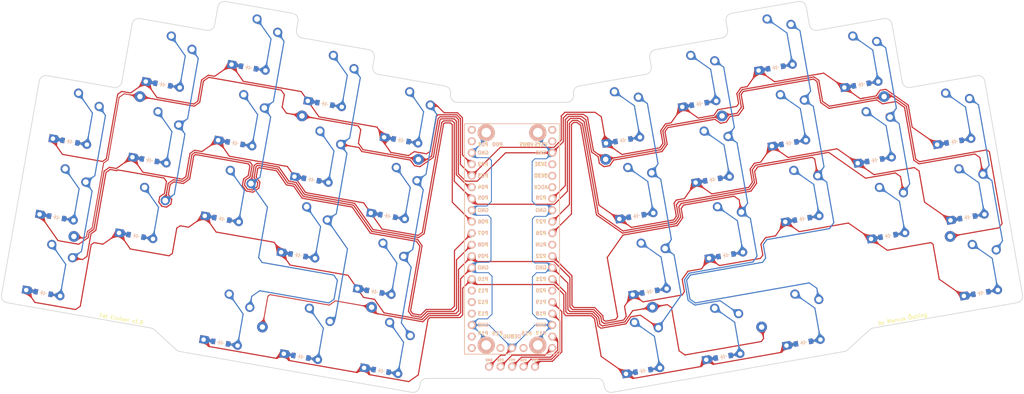
<source format=kicad_pcb>
(kicad_pcb (version 20240108) (generator "pcbnew") (generator_version "8.0")
  (title_block (title "main") (rev "v1.0.0") (company "Unknown"))
  (layers (0 "F.Cu" signal) (31 "B.Cu" signal) (34 "B.Paste" user) (35 "F.Paste" user) (36 "B.SilkS" user "B.Silkscreen") (37 "F.SilkS" user "F.Silkscreen") (38 "B.Mask" user) (39 "F.Mask" user) (44 "Edge.Cuts" user))
  (net 0 "")
  (net 1 "P8")
  (net 2 "pinky_bottom")
  (net 3 "pinky_home")
  (net 4 "pinky_top")
  (net 5 "P7")
  (net 6 "ring_bottom")
  (net 7 "ring_home")
  (net 8 "ring_top")
  (net 9 "P6")
  (net 10 "middle_bottom")
  (net 11 "middle_home")
  (net 12 "middle_top")
  (net 13 "P4")
  (net 14 "index_bottom")
  (net 15 "index_home")
  (net 16 "index_top")
  (net 17 "P2")
  (net 18 "far_bottom")
  (net 19 "far_home")
  (net 20 "far_top")
  (net 21 "middle_thumb")
  (net 22 "index_thumb")
  (net 23 "far_thumb")
  (net 24 "P28")
  (net 25 "mirror_pinky_bottom")
  (net 26 "mirror_pinky_home")
  (net 27 "mirror_pinky_top")
  (net 28 "P27")
  (net 29 "mirror_ring_bottom")
  (net 30 "mirror_ring_home")
  (net 31 "mirror_ring_top")
  (net 32 "P26")
  (net 33 "mirror_middle_bottom")
  (net 34 "mirror_middle_home")
  (net 35 "mirror_middle_top")
  (net 36 "P22")
  (net 37 "mirror_index_bottom")
  (net 38 "mirror_index_home")
  (net 39 "mirror_index_top")
  (net 40 "P21")
  (net 41 "mirror_far_bottom")
  (net 42 "mirror_far_home")
  (net 43 "mirror_far_top")
  (net 44 "mirror_middle_thumb")
  (net 45 "mirror_index_thumb")
  (net 46 "mirror_far_thumb")
  (net 47 "P9")
  (net 48 "P5")
  (net 49 "P3")
  (net 50 "P10")
  (net 51 "GND")
  (net 52 "VBUS")
  (net 53 "VSYS")
  (net 54 "3V3_EN")
  (net 55 "3V3_OUT")
  (net 56 "ADC_VREF")
  (net 57 "RUN")
  (net 58 "P0")
  (net 59 "P1")
  (net 60 "P11")
  (net 61 "P12")
  (net 62 "P13")
  (net 63 "P14")
  (net 64 "P15")
  (net 65 "P16")
  (net 66 "P17")
  (net 67 "P18")
  (net 68 "P19")
  (net 69 "P20")
  (net 70 "SWDIO")
  (net 71 "SWCLOCK")
  (footprint "ComboDiode" (layer "F.Cu") (at 98.071895 37.055315 -10)
    (property "Reference" "D9" (hide yes))
    (property "Value" "" (hide yes))
  )
  (footprint "ComboDiode" (layer "F.Cu") (at 200.618697 61.846753 10)
    (property "Reference" "D29" (hide yes))
    (property "Value" "" (hide yes))
  )
  (footprint "ComboDiode" (layer "F.Cu") (at 131.788491 53.154728 -10)
    (property "Reference" "D15" (hide yes))
    (property "Value" "" (hide yes))
  )
  (footprint "PG1350" (layer "F.Cu") (at 92.779234 92.985967 -10)
    (property "Reference" "S16" (hide yes))
    (property "Value" "" (hide yes))
  )
  (footprint "PG1350" (layer "F.Cu") (at 259.007753 82.013985 10)
    (property "Reference" "S19" (hide yes))
    (property "Value" "" (hide yes))
  )
  (footprint "PG1350" (layer "F.Cu") (at 129.704714 64.972424 -10)
    (property "Reference" "S14" (hide yes))
    (property "Value" "" (hide yes))
  )
  (footprint "MountingHole_Pad_Via" (layer "F.Cu") (at 202.706081 47.770433 10)
    (property "Reference" "_14" (hide yes))
    (property "Value" "")
  )
  (footprint "PG1350" (layer "F.Cu") (at 256.055742 65.272255 10)
    (property "Reference" "S20" (hide yes))
    (property "Value" "" (hide yes))
  )
  (footprint "MountingHole_Pad_Via" (layer "F.Cu") (at 176.984509 57.382975 10)
    (property "Reference" "_8" (hide yes))
    (property "Value" "")
  )
  (footprint "PG1350" (layer "F.Cu") (at 253.103719 48.530523 10)
    (property "Reference" "S21" (hide yes))
    (property "Value" "" (hide yes))
  )
  (footprint "PG1350" (layer "F.Cu") (at 184.364561 99.237302 10)
    (property "Reference" "S36" (hide yes))
    (property "Value" "" (hide yes))
  )
  (footprint "PG1350" (layer "F.Cu") (at 59.493143 48.530524 -10)
    (property "Reference" "S3" (hide yes))
    (property "Value" "" (hide yes))
  )
  (footprint "PG1350" (layer "F.Cu") (at 56.541127 65.272253 -10)
    (property "Reference" "S2" (hide yes))
    (property "Value" "" (hide yes))
  )
  (footprint "ComboDiode" (layer "F.Cu") (at 256.923981 70.19629 10)
    (property "Reference" "D20" (hide yes))
    (property "Value" "" (hide yes))
  )
  (footprint "PG1350" (layer "F.Cu") (at 219.560773 65.614743 10)
    (property "Reference" "S25" (hide yes))
    (property "Value" "" (hide yes))
  )
  (footprint "MountingHole_Pad_Via" (layer "F.Cu") (at 151.218431 103.2373)
    (property "Reference" "_15" (hide yes))
    (property "Value" "")
  )
  (footprint "PG1350" (layer "F.Cu") (at 79.998058 35.899265 -10)
    (property "Reference" "S6" (hide yes))
    (property "Value" "" (hide yes))
  )
  (footprint "ComboDiode" (layer "F.Cu") (at 185.232802 104.161336 10)
    (property "Reference" "D36" (hide yes))
    (property "Value" "" (hide yes))
  )
  (footprint "PG1350" (layer "F.Cu") (at 74.094021 69.382729 -10)
    (property "Reference" "S4" (hide yes))
    (property "Value" "" (hide yes))
  )
  (footprint "PG1350" (layer "F.Cu") (at 110.505766 96.111643 -10)
    (property "Reference" "S17" (hide yes))
    (property "Value" "" (hide yes))
  )
  (footprint "PG1350" (layer "F.Cu") (at 95.988116 48.873006 -10)
    (property "Reference" "S8" (hide yes))
    (property "Value" "" (hide yes))
  )
  (footprint "ComboDiode" (layer "F.Cu") (at 253.971962 53.454559 10)
    (property "Reference" "D21" (hide yes))
    (property "Value" "" (hide yes))
  )
  (footprint "PG1350" (layer "F.Cu") (at 128.232307 99.2373 -10)
    (property "Reference" "S18" (hide yes))
    (property "Value" "" (hide yes))
  )
  (footprint "PG1350" (layer "F.Cu") (at 202.091094 96.111637 10)
    (property "Reference" "S35" (hide yes))
    (property "Value" "" (hide yes))
  )
  (footprint "MountingHole_Pad_Via" (layer "F.Cu") (at 156.298436 103.237303)
    (property "Reference" "_17" (hide yes))
    (property "Value" "")
  )
  (footprint "ComboDiode" (layer "F.Cu") (at 220.42901 70.53878 10)
    (property "Reference" "D25" (hide yes))
    (property "Value" "" (hide yes))
  )
  (footprint "PG1350" (layer "F.Cu") (at 219.817635 92.98597 10)
    (property "Reference" "S34" (hide yes))
    (property "Value" "" (hide yes))
  )
  (footprint "ComboDiode" (layer "F.Cu") (at 109.026157 78.588482 -10)
    (property "Reference" "D10" (hide yes))
    (property "Value" "" (hide yes))
  )
  (footprint "PG1350" (layer "F.Cu") (at 238.50285 69.382729 10)
    (property "Reference" "S22" (hide yes))
    (property "Value" "" (hide yes))
  )
  (footprint "PG1350" (layer "F.Cu") (at 185.844173 81.714149 10)
    (property "Reference" "S31" (hide yes))
    (property "Value" "" (hide yes))
  )
  (footprint "ComboDiode" (layer "F.Cu") (at 236.419072 57.565036 10)
    (property "Reference" "D23" (hide yes))
    (property "Value" "" (hide yes))
  )
  (footprint "PG1350" (layer "F.Cu") (at 115.798436 40.180984 -10)
    (property "Reference" "S12" (hide yes))
    (property "Value" "" (hide yes))
  )
  (footprint "MountingHole_Pad_Via" (layer "F.Cu") (at 158.838428 103.237295)
    (property "Reference" "_18" (hide yes))
    (property "Value" "")
  )
  (footprint "MountingHole_Pad_Via" (layer "F.Cu") (at 211.446772 94.461974 10)
    (property "Reference" "_10" (hide yes))
    (property "Value" "")
  )
  (footprint "PG1350" (layer "F.Cu") (at 182.89215 64.972421 10)
    (property "Reference" "S32" (hide yes))
    (property "Value" "" (hide yes))
  )
  (footprint "MountingHole_Pad_Via" (layer "F.Cu") (at 161.37843 103.237297)
    (property "Reference" "_19" (hide yes))
    (property "Value" "")
  )
  (footprint "PG1350" (layer "F.Cu") (at 216.608752 48.873009 10)
    (property "Reference" "S26" (hide yes))
    (property "Value" "" (hide yes))
  )
  (footprint "PG1350" (layer "F.Cu") (at 196.798434 40.180988 10)
    (property "Reference" "S30" (hide yes))
    (property "Value" "" (hide yes))
  )
  (footprint "ComboDiode" (layer "F.Cu") (at 128.836474 69.896461 -10)
    (property "Reference" "D14" (hide yes))
    (property "Value" "" (hide yes))
  )
  (footprint "ComboDiode" (layer "F.Cu") (at 52.72087 86.938025 -10)
    (property "Reference" "D1" (hide yes))
    (property "Value" "" (hide yes))
  )
  (footprint "PG1350" (layer "F.Cu") (at 126.752694 81.714151 -10)
    (property "Reference" "S13" (hide yes))
    (property "Value" "" (hide yes))
  )
  (footprint "PG1350" (layer "F.Cu") (at 213.656733 32.131277 10)
    (property "Reference" "S27" (hide yes))
    (property "Value" "" (hide yes))
  )
  (footprint "ComboDiode" (layer "F.Cu") (at 114.930196 45.105022 -10)
    (property "Reference" "D12" (hide yes))
    (property "Value" "" (hide yes))
  )
  (footprint "MountingHole_Pad_Via" (layer "F.Cu") (at 109.890788 47.770433 -10)
    (property "Reference" "_13" (hide yes))
    (property "Value" "")
  )
  (footprint "MountingHole_Pad_Via" (layer "F.Cu") (at 238.506448 43.48872 10)
    (property "Reference" "_12" (hide yes))
    (property "Value" "")
  )
  (footprint "ComboDiode" (layer "F.Cu") (at 125.884452 86.63819 -10)
    (property "Reference" "D13" (hide yes))
    (property "Value" "" (hide yes))
  )
  (footprint "ComboDiode" (layer "F.Cu") (at 239.371087 74.306767 10)
    (property "Reference" "D22" (hide yes))
    (property "Value" "" (hide yes))
  )
  (footprint "MountingHole_Pad_Via" (layer "F.Cu") (at 74.090413 43.488716 -10)
    (property "Reference" "_11" (hide yes))
    (property "Value" "")
  )
  (footprint "PG1350" (layer "F.Cu") (at 202.702469 73.664448 10)
    (property "Reference" "S28" (hide yes))
    (property "Value" "" (hide yes))
  )
  (footprint "PG1350" (layer "F.Cu") (at 93.036091 65.614739 -10)
    (property "Reference" "S7" (hide yes))
    (property "Value" "" (hide yes))
  )
  (footprint "PG1350" (layer "F.Cu") (at 132.656731 48.230687 -10)
    (property "Reference" "S15" (hide yes))
    (property "Value" "" (hide yes))
  )
  (footprint "text" (layer "F.Cu") (at 242.609625 92.673432 10)
    (property "Reference" "")
    (property "Value" "")
  )
  (footprint "ComboDiode" (layer "F.Cu") (at 217.476991 53.797049 10)
    (property "Reference" "D26" (hide yes))
    (property "Value" "" (hide yes))
  )
  (footprint "MountingHole_Pad_Via" (layer "F.Cu") (at 135.61236 57.382973 -10)
    (property "Reference" "_7" (hide yes))
    (property "Value" "")
  )
  (footprint "ComboDiode" (layer "F.Cu") (at 76.177799 57.565037 -10)
    (property "Reference" "D5" (hide yes))
    (property "Value" "" (hide yes))
  )
  (footprint "ComboDiode" (layer "F.Cu") (at 55.672886 70.196294 -10)
    (property "Reference" "D2" (hide yes))
    (property "Value" "" (hide yes))
  )
  (footprint "ComboDiode" (layer "F.Cu") (at 186.712409 86.638192 10)
    (property "Reference" "D31" (hide yes))
    (property "Value" "" (hide yes))
  )
  (footprint "rp2040pico" (layer "F.Cu") (at 156.298435 74.972418 -90)
    (property "Reference" "MCU1" (hide yes))
    (property "Value" "" (hide yes))
  )
  (footprint "ComboDiode" (layer "F.Cu") (at 73.225781 74.306762 -10)
    (property "Reference" "D4" (hide yes))
    (property "Value" "" (hide yes))
  )
  (footprint "MountingHole_Pad_Via" (layer "F.Cu") (at 125.276685 90.085019 -10)
    (property "Reference" "_5" (hide yes))
    (property "Value" "")
  )
  (footprint "ComboDiode" (layer "F.Cu") (at 79.129817 40.823304 -10)
    (property "Reference" "D6" (hide yes))
    (property "Value" "" (hide yes))
  )
  (footprint "ComboDiode" (layer "F.Cu") (at 91.910993 97.910004 -10)
    (property "Reference" "D16" (hide yes))
    (property "Value" "" (hide yes))
  )
  (footprint "ComboDiode" (layer "F.Cu") (at 180.808374 53.154731 10)
    (property "Reference" "D33" (hide yes))
    (property "Value" "" (hide yes))
  )
  (footprint "MountingHole_Pad_Via" (layer "F.Cu") (at 153.758436 103.237303)
    (property "Reference" "_16" (hide yes))
    (property "Value" "")
  )
  (footprint "PG1350" (layer "F.Cu") (at 98.940135 32.131276 -10)
    (property "Reference" "S9" (hide yes))
    (property "Value" "" (hide yes))
  )
  (footprint "PG1350" (layer "F.Cu") (at 77.046036 52.641005 -10)
    (property "Reference" "S5" (hide yes))
    (property "Value" "" (hide yes))
  )
  (footprint "ComboDiode" (layer "F.Cu") (at 183.760392 69.896463 10)
    (property "Reference" "D32" (hide yes))
    (property "Value" "" (hide yes))
  )
  (footprint "MountingHole_Pad_Via" (layer "F.Cu") (at 59.496758 74.424536 -10)
    (property "Reference" "_3" (hide yes))
    (property "Value" "")
  )
  (footprint "PG1350" (layer "F.Cu") (at 109.894394 73.664452 -10)
    (property "Reference" "S10" (hide yes))
    (property "Value" "" (hide yes))
  )
  (footprint "MountingHole_Pad_Via" (layer "F.Cu") (at 253.100116 74.424535 10)
    (property "Reference" "_4" (hide yes))
    (property "Value" "")
  )
  (footprint "ComboDiode" (layer "F.Cu") (at 95.119873 53.797051 -10)
    (property "Reference" "D8" (hide yes))
    (property "Value" "" (hide yes))
  )
  (footprint "ComboDiode" (layer "F.Cu") (at 109.637527 101.035671 -10)
    (property "Reference" "D17" (hide yes))
    (property "Value" "" (hide yes))
  )
  (footprint "ComboDiode" (layer "F.Cu") (at 203.570715 78.588486 10)
    (property "Reference" "D28" (hide yes))
    (property "Value" "" (hide yes))
  )
  (footprint "PG1350" (layer "F.Cu") (at 232.598807 35.899263 10)
    (property "Reference" "S24" (hide yes))
    (property "Value" "" (hide yes))
  )
  (footprint "PG1350" (layer "F.Cu") (at 179.940131 48.230686 10)
    (property "Reference" "S33" (hide yes))
    (property "Value" "" (hide yes))
  )
  (footprint "ComboDiode" (layer "F.Cu") (at 127.364067 104.161339 -10)
    (property "Reference" "D18" (hide yes))
    (property "Value" "" (hide yes))
  )
  (footprint "ComboDiode" (layer "F.Cu") (at 197.666668 45.105025 10)
    (property "Reference" "D30" (hide yes))
    (property "Value" "" (hide yes))
  )
  (footprint "PG1350" (layer "F.Cu") (at 199.750451 56.922714 10)
    (property "Reference" "S29" (hide yes))
    (property "Value" "" (hide yes))
  )
  (footprint "ComboDiode" (layer "F.Cu") (at 202.959336 101.035674 10)
    (property "Reference" "D35" (hide yes))
    (property "Value" "" (hide yes))
  )
  (footprint "PG1350" (layer "F.Cu") (at 53.589109 82.01398 -10)
    (property "Reference" "S1" (hide yes))
    (property "Value" "" (hide yes))
  )
  (footprint "text" (layer "F.Cu") (at 69.987235 92.673433 -10)
    (property "Reference" "")
    (property "Value" "")
  )
  (footprint "ComboDiode" (layer "F.Cu") (at 259.875995 86.938029 10)
    (property "Reference" "D19" (hide yes))
    (property "Value" "" (hide yes))
  )
  (footprint "ComboDiode" (layer "F.Cu") (at 111.978169 61.846754 -10)
    (property "Reference" "D11" (hide yes))
    (property "Value" "" (hide yes))
  )
  (footprint "ComboDiode" (layer "F.Cu") (at 92.167856 70.538778 -10)
    (property "Reference" "D7" (hide yes))
    (property "Value" "" (hide yes))
  )
  (footprint "ComboDiode" (layer "F.Cu") (at 220.685877 97.910008 10)
    (property "Reference" "D34" (hide yes))
    (property "Value" "" (hide yes))
  )
  (footprint "ComboDiode" (layer "F.Cu") (at 233.467043 40.823301 10)
    (property "Reference" "D24" (hide yes))
    (property "Value" "" (hide yes))
  )
  (footprint "ComboDiode" (layer "F.Cu") (at 58.624903 53.454559 -10)
    (property "Reference" "D3" (hide yes))
    (property "Value" "" (hide yes))
  )
  (footprint "PG1350" (layer "F.Cu") (at 112.846406 56.922719 -10)
    (property "Reference" "S11" (hide yes))
    (property "Value" "" (hide yes))
  )
  (footprint "MountingHole_Pad_Via" (layer "F.Cu") (at 187.320179 90.085018 10)
    (property "Reference" "_6" (hide yes))
    (property "Value" "")
  )
  (footprint "PG1350" (layer "F.Cu") (at 235.550836 52.640997 10)
    (property "Reference" "S23" (hide yes))
    (property "Value" "" (hide yes))
  )
  (footprint "MountingHole_Pad_Via" (layer "F.Cu") (at 101.150097 94.461977 -10)
    (property "Reference" "_9" (hide yes))
    (property "Value" "")
  )
  (footprint "ComboDiode" (layer "F.Cu") (at 214.524975 37.055317 10)
    (property "Reference" "D27" (hide yes))
    (property "Value" "" (hide yes))
  )
  (gr_line (start 240.246546 27.442775) (end 242.503965 40.245277) (stroke (width 0.15)) (layer "Edge.Cuts"))
  (gr_arc (start 203.925225 28.770073) (mid 203.676753 29.890924) (end 202.708483 30.507757) (stroke (width 0.15)) (layer "Edge.Cuts"))
  (gr_arc (start 144.193239 44.771003) (mid 143.04418 44.235159) (end 142.716028 43.010531) (stroke (width 0.15)) (layer "Edge.Cuts"))
  (gr_line (start 229.727571 99.869711) (end 178.454513 108.910528) (stroke (width 0.15)) (layer "Edge.Cuts"))
  (gr_arc (start 76.500916 94.685077) (mid 76.902862 94.816444) (end 77.252135 95.054827) (stroke (width 0.15)) (layer "Edge.Cuts"))
  (gr_arc (start 169.880835 43.010533) (mid 169.552679 44.235162) (end 168.403629 44.771001) (stroke (width 0.15)) (layer "Edge.Cuts"))
  (gr_line (start 244.241646 41.462013) (end 259.013762 38.857292) (stroke (width 0.15)) (layer "Edge.Cuts"))
  (gr_arc (start 223.736742 28.830765) (mid 222.615904 28.582295) (end 221.999058 27.614019) (stroke (width 0.15)) (layer "Edge.Cuts"))
  (gr_arc (start 124.660504 33.112478) (mid 125.628765 33.729308) (end 125.877238 34.850161) (stroke (width 0.15)) (layer "Edge.Cuts"))
  (gr_arc (start 107.802206 25.062772) (mid 108.770514 25.679597) (end 109.018942 26.800453) (stroke (width 0.15)) (layer "Edge.Cuts"))
  (gr_line (start 221.304464 23.674787) (end 221.999058 27.614019) (stroke (width 0.15)) (layer "Edge.Cuts"))
  (gr_arc (start 259.013768 38.857293) (mid 260.13459 39.105782) (end 260.751444 40.074031) (stroke (width 0.15)) (layer "Edge.Cuts"))
  (gr_arc (start 141.518803 41.162182) (mid 142.487064 41.779013) (end 142.735538 42.89987) (stroke (width 0.15)) (layer "Edge.Cuts"))
  (gr_arc (start 175.128246 105.822658) (mid 176.092391 106.173624) (end 176.605448 107.062181) (stroke (width 0.15)) (layer "Edge.Cuts"))
  (gr_line (start 126.746685 38.557461) (end 141.518803 41.162182) (stroke (width 0.15)) (layer "Edge.Cuts"))
  (gr_line (start 235.344734 95.054828) (end 230.478794 99.499961) (stroke (width 0.15)) (layer "Edge.Cuts"))
  (gr_arc (start 187.06693 36.819785) (mid 186.818365 37.940555) (end 185.850182 38.557466) (stroke (width 0.15)) (layer "Edge.Cuts"))
  (gr_line (start 76.500916 94.685077) (end 44.727044 89.082488) (stroke (width 0.15)) (layer "Edge.Cuts"))
  (gr_arc (start 169.861325 42.899872) (mid 170.109885 41.7791) (end 171.078064 41.162177) (stroke (width 0.15)) (layer "Edge.Cuts"))
  (gr_line (start 204.794666 25.062769) (end 219.566781 22.458052) (stroke (width 0.15)) (layer "Edge.Cuts"))
  (gr_arc (start 135.991409 107.062179) (mid 136.504463 106.173612) (end 137.468621 105.822654) (stroke (width 0.15)) (layer "Edge.Cuts"))
  (gr_line (start 187.066923 36.81978) (end 186.719625 34.850162) (stroke (width 0.15)) (layer "Edge.Cuts"))
  (gr_line (start 43.510303 87.344806) (end 51.845415 40.074041) (stroke (width 0.15)) (layer "Edge.Cuts"))
  (gr_arc (start 244.24165 41.462017) (mid 243.120798 41.213554) (end 242.503965 40.245277) (stroke (width 0.15)) (layer "Edge.Cuts"))
  (gr_line (start 82.11808 99.499961) (end 77.252135 95.054827) (stroke (width 0.15)) (layer "Edge.Cuts"))
  (gr_line (start 125.877238 34.850161) (end 125.529945 36.819776) (stroke (width 0.15)) (layer "Edge.Cuts"))
  (gr_line (start 90.597813 27.614023) (end 91.292399 23.674794) (stroke (width 0.15)) (layer "Edge.Cuts"))
  (gr_arc (start 238.508855 26.226038) (mid 239.629619 26.474607) (end 240.246546 27.442775) (stroke (width 0.15)) (layer "Edge.Cuts"))
  (gr_arc (start 203.577926 26.800454) (mid 203.826451 25.679654) (end 204.794666 25.062769) (stroke (width 0.15)) (layer "Edge.Cuts"))
  (gr_line (start 175.128246 105.822658) (end 137.468621 105.822654) (stroke (width 0.15)) (layer "Edge.Cuts"))
  (gr_arc (start 178.454513 108.910528) (mid 177.333698 108.662009) (end 176.716823 107.693792) (stroke (width 0.15)) (layer "Edge.Cuts"))
  (gr_arc (start 72.350325 27.442774) (mid 72.967136 26.474465) (end 74.088006 26.226037) (stroke (width 0.15)) (layer "Edge.Cuts"))
  (gr_arc (start 91.292398 23.674791) (mid 91.90925 22.706531) (end 93.030091 22.45805) (stroke (width 0.15)) (layer "Edge.Cuts"))
  (gr_line (start 267.869831 89.082491) (end 236.095948 94.685079) (stroke (width 0.15)) (layer "Edge.Cuts"))
  (gr_line (start 260.751444 40.074031) (end 269.086574 87.344805) (stroke (width 0.15)) (layer "Edge.Cuts"))
  (gr_arc (start 219.566783 22.458051) (mid 220.687604 22.706546) (end 221.304464 23.674787) (stroke (width 0.15)) (layer "Edge.Cuts"))
  (gr_line (start 176.716823 107.693792) (end 176.605448 107.062181) (stroke (width 0.15)) (layer "Edge.Cuts"))
  (gr_arc (start 269.086563 87.344807) (mid 268.83808 88.465643) (end 267.869831 89.082491) (stroke (width 0.15)) (layer "Edge.Cuts"))
  (gr_arc (start 235.344734 95.054828) (mid 235.694014 94.81646) (end 236.095948 94.685079) (stroke (width 0.15)) (layer "Edge.Cuts"))
  (gr_arc (start 51.84542 40.07404) (mid 52.462301 39.105841) (end 53.583106 38.857292) (stroke (width 0.15)) (layer "Edge.Cuts"))
  (gr_line (start 142.735538 42.89987) (end 142.716028 43.010531) (stroke (width 0.15)) (layer "Edge.Cuts"))
  (gr_arc (start 135.880045 107.693791) (mid 135.263189 108.66202) (end 134.142364 108.910527) (stroke (width 0.15)) (layer "Edge.Cuts"))
  (gr_line (start 53.583106 38.857292) (end 68.355207 41.462019) (stroke (width 0.15)) (layer "Edge.Cuts"))
  (gr_arc (start 126.746685 38.55746) (mid 125.778424 37.940619) (end 125.529945 36.819776) (stroke (width 0.15)) (layer "Edge.Cuts"))
  (gr_arc (start 82.869294 99.869709) (mid 82.467358 99.738326) (end 82.11808 99.499961) (stroke (width 0.15)) (layer "Edge.Cuts"))
  (gr_arc (start 230.478794 99.499961) (mid 230.129514 99.738334) (end 229.727571 99.869711) (stroke (width 0.15)) (layer "Edge.Cuts"))
  (gr_arc (start 109.888386 30.507756) (mid 108.920124 29.890915) (end 108.671641 28.770071) (stroke (width 0.15)) (layer "Edge.Cuts"))
  (gr_line (start 74.088006 26.226037) (end 88.860129 28.830759) (stroke (width 0.15)) (layer "Edge.Cuts"))
  (gr_line (start 70.092898 40.245274) (end 72.350331 27.442772) (stroke (width 0.15)) (layer "Edge.Cuts"))
  (gr_line (start 109.888385 30.507751) (end 124.660498 33.112474) (stroke (width 0.15)) (layer "Edge.Cuts"))
  (gr_line (start 203.925225 28.770073) (end 203.577926 26.800453) (stroke (width 0.15)) (layer "Edge.Cuts"))
  (gr_line (start 144.193239 44.771003) (end 168.403629 44.771001) (stroke (width 0.15)) (layer "Edge.Cuts"))
  (gr_line (start 169.880841 43.01053) (end 169.861325 42.899872) (stroke (width 0.15)) (layer "Edge.Cuts"))
  (gr_line (start 93.030091 22.45805) (end 107.802195 25.062774) (stroke (width 0.15)) (layer "Edge.Cuts"))
  (gr_line (start 134.142364 108.910527) (end 82.869294 99.869709) (stroke (width 0.15)) (layer "Edge.Cuts"))
  (gr_line (start 109.018942 26.800453) (end 108.671641 28.770071) (stroke (width 0.15)) (layer "Edge.Cuts"))
  (gr_arc (start 90.597807 27.614023) (mid 89.980947 28.582261) (end 88.860129 28.830759) (stroke (width 0.15)) (layer "Edge.Cuts"))
  (gr_arc (start 70.092895 40.245277) (mid 69.47608 41.213571) (end 68.355207 41.462019) (stroke (width 0.15)) (layer "Edge.Cuts"))
  (gr_arc (start 44.727044 89.082488) (mid 43.75878 88.465659) (end 43.510303 87.344806) (stroke (width 0.15)) (layer "Edge.Cuts"))
  (gr_line (start 223.736742 28.830765) (end 238.508854 26.226034) (stroke (width 0.15)) (layer "Edge.Cuts"))
  (gr_line (start 187.936363 33.112479) (end 202.708483 30.507757) (stroke (width 0.15)) (layer "Edge.Cuts"))
  (gr_line (start 135.991413 107.062187) (end 135.880038 107.69379) (stroke (width 0.15)) (layer "Edge.Cuts"))
  (gr_line (start 171.078064 41.162177) (end 185.850182 38.557466) (stroke (width 0.15)) (layer "Edge.Cuts"))
  (gr_arc (start 186.719619 34.850166) (mid 186.96805 33.729275) (end 187.936363 33.112479) (stroke (width 0.15)) (layer "Edge.Cuts"))
  (segment (start 80.76471 62.936648) (end 80.372262 65.162356) (width 0.25) (layer "F.Cu") (net 1))
  (segment (start 79.502593 64.911578) (end 78.470416 65.634321) (width 0.25) (layer "F.Cu") (net 1))
  (segment (start 134.088429 91.943396) (end 133.410948 90.975849) (width 0.25) (layer "F.Cu") (net 1))
  (segment (start 62.395665 78.852791) (end 63.281862 73.826948) (width 0.25) (layer "F.Cu") (net 1))
  (segment (start 67.520111 59.610542) (end 68.977162 59.867459) (width 0.25) (layer "F.Cu") (net 1))
  (segment (start 143.389644 91.024907) (end 137.539646 91.024911) (width 0.25) (layer "F.Cu") (net 1))
  (segment (start 136.176917 92.311654) (end 134.088429 91.943396) (width 0.25) (layer "F.Cu") (net 1))
  (segment (start 69.208852 59.705223) (end 79.417312 61.505256) (width 0.25) (layer "F.Cu") (net 1))
  (segment (start 96.985027 61.699125) (end 98.01721 60.976379) (width 0.25) (layer "F.Cu") (net 1))
  (segment (start 135.178062 75.500629) (end 125.030474 73.71133) (width 0.25) (layer "F.Cu") (net 1))
  (segment (start 83.679955 62.713813) (end 81.605372 62.348014) (width 0.25) (layer "F.Cu") (net 1))
  (segment (start 81.113881 66.221501) (end 80.929059 67.269706) (width 0.25) (layer "F.Cu") (net 1))
  (segment (start 109.929424 65.971483) (end 108.06066 63.302604) (width 0.25) (layer "F.Cu") (net 1))
  (segment (start 78.470416 65.634321) (end 78.260839 66.822857) (width 0.25) (layer "F.Cu") (net 1))
  (segment (start 136.252902 92.311651) (end 136.176917 92.311654) (width 0.25) (layer "F.Cu") (net 1))
  (segment (start 68.977162 59.867459) (end 69.208852 59.705223) (width 0.25) (layer "F.Cu") (net 1))
  (segment (start 100.595334 62.439278) (end 100.36567 63.741743) (width 0.25) (layer "F.Cu") (net 1))
  (segment (start 147.408434 76.24242) (end 144.035915 79.614936) (width 0.25) (layer "F.Cu") (net 1))
  (segment (start 96.727385 63.160296) (end 96.985027 61.699125) (width 0.25) (layer "F.Cu") (net 1))
  (segment (start 81.605372 62.348014) (end 80.76471 62.936648) (width 0.25) (layer "F.Cu") (net 1))
  (segment (start 135.946215 76.597659) (end 135.178062 75.500629) (width 0.25) (layer "F.Cu") (net 1))
  (segment (start 79.965241 62.287783) (end 79.502593 64.911578) (width 0.25) (layer "F.Cu") (net 1))
  (segment (start 97.578407 64.375681) (end 96.727385 63.160296) (width 0.25) (layer "F.Cu") (net 1))
  (segment (start 120.974681 67.919055) (end 109.929424 65.971483) (width 0.25) (layer "F.Cu") (net 1))
  (segment (start 100.122448 59.402764) (end 99.789863 61.288944) (width 0.25) (layer "F.Cu") (net 1))
  (segment (start 80.929059 67.269706) (end 80.335119 67.685587) (width 0.25) (layer "F.Cu") (net 1))
  (segment (start 144.035915 79.614936) (end 144.035914 90.378642) (width 0.25) (layer "F.Cu") (net 1))
  (segment (start 85.986107 56.585945) (end 85.078232 61.734732) (width 0.25) (layer "F.Cu") (net 1))
  (segment (start 78.260839 66.822857) (end 78.911496 67.75209) (width 0.25) (layer "F.Cu") (net 1))
  (segment (start 144.035914 90.378642) (end 143.389644 91.024907) (width 0.25) (layer "F.Cu") (net 1))
  (segment (start 99.789863 61.288944) (end 100.595334 62.439278) (width 0.25) (layer "F.Cu") (net 1))
  (segment (start 125.030474 73.71133) (end 120.974681 67.919055) (width 0.25) (layer "F.Cu") (net 1))
  (segment (start 98.045215 58.367282) (end 86.379706 56.310343) (width 0.25) (layer "F.Cu") (net 1))
  (segment (start 66.605201 60.251165) (end 67.520111 59.610542) (width 0.25) (layer "F.Cu") (net 1))
  (segment (start 80.372262 65.162356) (end 81.113881 66.221501) (width 0.25) (layer "F.Cu") (net 1))
  (segment (start 79.992084 67.925785) (end 80.335119 67.685587) (width 0.25) (layer "F.Cu") (net 1))
  (segment (start 64.34236 73.084374) (end 66.605201 60.251165) (width 0.25) (layer "F.Cu") (net 1))
  (segment (start 85.078232 61.734732) (end 83.679955 62.713813) (width 0.25) (layer "F.Cu") (net 1))
  (segment (start 79.417312 61.505256) (end 79.965241 62.287783) (width 0.25) (layer "F.Cu") (net 1))
  (segment (start 98.390353 58.860192) (end 98.045215 58.367282) (width 0.25) (layer "F.Cu") (net 1))
  (segment (start 98.01721 60.976379) (end 98.390353 58.860192) (width 0.25) (layer "F.Cu") (net 1))
  (segment (start 104.266277 59.895776) (end 100.393581 59.212919) (width 0.25) (layer "F.Cu") (net 1))
  (segment (start 86.379706 56.310343) (end 85.986107 56.585945) (width 0.25) (layer "F.Cu") (net 1))
  (segment (start 133.410948 90.975849) (end 135.946215 76.597659) (width 0.25) (layer "F.Cu") (net 1))
  (segment (start 59.17301 79.139959) (end 61.419771 79.536125) (width 0.25) (layer "F.Cu") (net 1))
  (segment (start 137.539646 91.024911) (end 136.252902 92.311651) (width 0.25) (layer "F.Cu") (net 1))
  (segment (start 79.972865 67.939239) (end 80.335119 67.685587) (width 0.25) (layer "F.Cu") (net 1))
  (segment (start 63.281862 73.826948) (end 64.34236 73.084374) (width 0.25) (layer "F.Cu") (net 1))
  (segment (start 106.453311 63.019182) (end 104.266277 59.895776) (width 0.25) (layer "F.Cu") (net 1))
  (segment (start 78.911496 67.75209) (end 79.972865 67.939239) (width 0.25) (layer "F.Cu") (net 1))
  (segment (start 108.06066 63.302604) (end 106.453311 63.019182) (width 0.25) (layer "F.Cu") (net 1))
  (segment (start 100.36567 63.741743) (end 99.081748 64.640761) (width 0.25) (layer "F.Cu") (net 1))
  (segment (start 99.081748 64.640761) (end 97.578407 64.375681) (width 0.25) (layer "F.Cu") (net 1))
  (segment (start 100.393581 59.212919) (end 100.122448 59.402764) (width 0.25) (layer "F.Cu") (net 1))
  (segment (start 61.419771 79.536125) (end 62.395665 78.852791) (width 0.25) (layer "F.Cu") (net 1))
  (segment (start 61.172389 77.739977) (end 59.173007 79.139957) (width 0.25) (layer "B.Cu") (net 1))
  (segment (start 62.125032 62.398226) (end 63.525007 64.397603) (width 0.25) (layer "B.Cu") (net 1))
  (segment (start 64.124412 60.998245) (end 62.125032 62.398226) (width 0.25) (layer "B.Cu") (net 1))
  (segment (start 65.07705 45.656494) (end 66.477027 47.65587) (width 0.25) (layer "B.Cu") (net 1))
  (segment (start 66.477027 47.65587) (end 64.124412 60.998245) (width 0.25) (layer "B.Cu") (net 1))
  (segment (start 63.525007 64.397603) (end 61.172389 77.739977) (width 0.25) (layer "B.Cu") (net 1))
  (segment (start 54.345804 87.224545) (end 56.472987 87.599624) (width 0.25) (layer "F.Cu") (net 2))
  (segment (start 54.613632 76.20362) (end 57.704152 80.617338) (width 0.25) (layer "B.Cu") (net 2))
  (segment (start 57.704152 80.617338) (end 56.472987 87.59962) (width 0.25) (layer "B.Cu") (net 2))
  (segment (start 56.472987 87.59962) (end 54.345805 87.224546) (width 0.25) (layer "B.Cu") (net 2))
  (segment (start 57.297818 70.482809) (end 59.425008 70.857894) (width 0.25) (layer "F.Cu") (net 3))
  (segment (start 57.297817 70.482816) (end 59.425004 70.857895) (width 0.25) (layer "B.Cu") (net 3))
  (segment (start 60.656165 63.875609) (end 59.425004 70.857895) (width 0.25) (layer "B.Cu") (net 3))
  (segment (start 57.565649 59.461894) (end 60.656165 63.875609) (width 0.25) (layer "B.Cu") (net 3))
  (segment (start 60.249839 53.741074) (end 62.377023 54.116155) (width 0.25) (layer "F.Cu") (net 4))
  (segment (start 60.517671 42.720159) (end 63.608189 47.133875) (width 0.25) (layer "B.Cu") (net 4))
  (segment (start 60.249841 53.74108) (end 62.377026 54.116158) (width 0.25) (layer "B.Cu") (net 4))
  (segment (start 63.608189 47.133875) (end 62.377026 54.116158) (width 0.25) (layer "B.Cu") (net 4))
  (segment (start 79.677922 66.508699) (end 80.353922 62.674939) (width 0.25) (layer "F.Cu") (net 5))
  (segment (start 142.466504 90.574907) (end 137.353247 90.574909) (width 0.25) (layer "F.Cu") (net 5))
  (segment (start 136.421744 76.492229) (end 133.88648 90.870431) (width 0.25) (layer "F.Cu") (net 5))
  (segment (start 83.574539 62.238287) (end 84.667437 61.47303) (width 0.25) (layer "F.Cu") (net 5))
  (segment (start 99.321913 61.46655) (end 99.305691 61.443383) (width 0.25) (layer "F.Cu") (net 5))
  (segment (start 143.585912 77.524942) (end 143.585914 89.830023) (width 0.25) (layer "F.Cu") (net 5))
  (segment (start 106.715019 62.60839) (end 108.322366 62.891812) (width 0.25) (layer "F.Cu") (net 5))
  (segment (start 147.408437 73.70242) (end 143.585912 77.524942) (width 0.25) (layer "F.Cu") (net 5))
  (segment (start 97.840114 63.964885) (end 98.976324 64.165237) (width 0.25) (layer "F.Cu") (net 5))
  (segment (start 98.88995 58.618274) (end 98.428007 61.238087) (width 0.25) (layer "F.Cu") (net 5))
  (segment (start 97.202911 63.054871) (end 97.347868 63.261892) (width 0.25) (layer "F.Cu") (net 5))
  (segment (start 100.119803 62.544698) (end 99.370928 61.475191) (width 0.25) (layer "F.Cu") (net 5))
  (segment (start 133.88648 90.870431) (end 134.350133 91.5326) (width 0.25) (layer "F.Cu") (net 5))
  (segment (start 98.976324 64.165237) (end 99.954876 63.480036) (width 0.25) (layer "F.Cu") (net 5))
  (segment (start 110.191131 65.560682) (end 121.263185 67.512983) (width 0.25) (layer "F.Cu") (net 5))
  (segment (start 134.350133 91.5326) (end 135.753313 91.780019) (width 0.25) (layer "F.Cu") (net 5))
  (segment (start 125.318981 73.305262) (end 135.450188 75.091665) (width 0.25) (layer "F.Cu") (net 5))
  (segment (start 136.14814 91.780021) (end 137.353247 90.574909) (width 0.25) (layer "F.Cu") (net 5))
  (segment (start 135.450188 75.091665) (end 135.448354 75.102091) (width 0.25) (layer "F.Cu") (net 5))
  (segment (start 84.667437 61.47303) (end 85.576592 56.316931) (width 0.25) (layer "F.Cu") (net 5))
  (segment (start 136.14814 91.780021) (end 135.753313 91.780019) (width 0.25) (layer "F.Cu") (net 5))
  (segment (start 98.428007 61.238087) (end 97.395818 61.960825) (width 0.25) (layer "F.Cu") (net 5))
  (segment (start 108.322366 62.891812) (end 110.191131 65.560682) (width 0.25) (layer "F.Cu") (net 5))
  (segment (start 125.196527 73.130383) (end 125.318981 73.305262) (width 0.25) (layer "F.Cu") (net 5))
  (segment (start 86.266978 55.833515) (end 98.443418 57.980549) (width 0.25) (layer "F.Cu") (net 5))
  (segment (start 81.499948 61.872475) (end 83.574539 62.238287) (width 0.25) (layer "F.Cu") (net 5))
  (segment (start 99.741516 58.971694) (end 100.118795 58.70752) (width 0.25) (layer "F.Cu") (net 5))
  (segment (start 125.196527 73.130383) (end 125.318982 73.305267) (width 0.25) (layer "F.Cu") (net 5))
  (segment (start 85.576592 56.316931) (end 86.266978 55.833515) (width 0.25) (layer "F.Cu") (net 5))
  (segment (start 104.527986 59.484987) (end 106.715019 62.60839) (width 0.25) (layer "F.Cu") (net 5))
  (segment (start 80.353922 62.674939) (end 81.499948 61.872475) (width 0.25) (layer "F.Cu") (net 5))
  (segment (start 100.118795 58.70752) (end 104.527986 59.484987) (width 0.25) (layer "F.Cu") (net 5))
  (segment (start 99.305691 61.443383) (end 99.741516 58.971694) (width 0.25) (layer "F.Cu") (net 5))
  (segment (start 99.954876 63.480036) (end 100.119803 62.544698) (width 0.25) (layer "F.Cu") (net 5))
  (segment (start 97.395818 61.960825) (end 97.202911 63.054871) (width 0.25) (layer "F.Cu") (net 5))
  (segment (start 142.841022 90.574913) (end 142.466504 90.574907) (width 0.25) (layer "F.Cu") (net 5))
  (segment (start 99.370928 61.475191) (end 99.321913 61.46655) (width 0.25) (layer "F.Cu") (net 5))
  (segment (start 121.263185 67.512983) (end 125.196527 73.130383) (width 0.25) (layer "F.Cu") (net 5))
  (segment (start 135.448354 75.102091) (end 136.421744 76.492229) (width 0.25) (layer "F.Cu") (net 5))
  (segment (start 98.443418 57.980549) (end 98.88995 58.618274) (width 0.25) (layer "F.Cu") (net 5))
  (segment (start 97.347868 63.261892) (end 97.840114 63.964885) (width 0.25) (layer "F.Cu") (net 5))
  (segment (start 143.585914 89.830023) (end 142.841022 90.574913) (width 0.25) (layer "F.Cu") (net 5))
  (segment (start 86.98194 35.024621) (end 84.62932 48.366991) (width 0.25) (layer "B.Cu") (net 5))
  (segment (start 82.62994 49.766974) (end 84.02992 51.766347) (width 0.25) (layer "B.Cu") (net 5))
  (segment (start 81.677301 65.108723) (end 79.677922 66.508699) (width 0.25) (layer "B.Cu") (net 5))
  (segment (start 84.02992 51.766347) (end 81.677301 65.108723) (width 0.25) (layer "B.Cu") (net 5))
  (segment (start 84.62932 48.366991) (end 82.62994 49.766974) (width 0.25) (layer "B.Cu") (net 5))
  (segment (start 85.581955 33.02523) (end 86.98194 35.024621) (width 0.25) (layer "B.Cu") (net 5))
  (segment (start 74.850713 74.593281) (end 76.977897 74.968365) (width 0.25) (layer "F.Cu") (net 6))
  (segment (start 74.850708 74.593287) (end 76.977899 74.968368) (width 0.25) (layer "B.Cu") (net 6))
  (segment (start 78.209062 67.986084) (end 75.118544 63.572359) (width 0.25) (layer "B.Cu") (net 6))
  (segment (start 76.977899 74.968368) (end 78.209062 67.986084) (width 0.25) (layer "B.Cu") (net 6))
  (segment (start 77.802731 57.851557) (end 79.92992 58.226639) (width 0.25) (layer "F.Cu") (net 7))
  (segment (start 79.929916 58.226634) (end 81.161081 51.244347) (width 0.25) (layer "B.Cu") (net 7))
  (segment (start 77.80273 57.851549) (end 79.929916 58.226634) (width 0.25) (layer "B.Cu") (net 7))
  (segment (start 81.161081 51.244347) (end 78.07056 46.830635) (width 0.25) (layer "B.Cu") (net 7))
  (segment (start 82.881939 41.484906) (end 80.754751 41.109823) (width 0.25) (layer "F.Cu") (net 8))
  (segment (start 84.113107 34.502617) (end 82.881936 41.484909) (width 0.25) (layer "B.Cu") (net 8))
  (segment (start 82.881936 41.484909) (end 80.754754 41.109824) (width 0.25) (layer "B.Cu") (net 8))
  (segment (start 81.022585 30.088894) (end 84.113107 34.502617) (width 0.25) (layer "B.Cu") (net 8))
  (segment (start 141.453467 49.313977) (end 142.69826 49.313976) (width 0.25) (layer "F.Cu") (net 9))
  (segment (start 136.893671 73.803811) (end 141.177869 49.506954) (width 0.25) (layer "F.Cu") (net 9))
  (segment (start 143.101999 49.717714) (end 143.101999 66.855981) (width 0.25) (layer "F.Cu") (net 9))
  (segment (start 110.452835 65.149882) (end 121.524891 67.102187) (width 0.25) (layer "F.Cu") (net 9))
  (segment (start 141.177869 49.506954) (end 141.453467 49.313977) (width 0.25) (layer "F.Cu") (net 9))
  (segment (start 99.330717 58.709994) (end 100.013377 58.231989) (width 0.25) (layer "F.Cu") (net 9))
  (segment (start 104.789695 59.074188) (end 106.976723 62.197595) (width 0.25) (layer "F.Cu") (net 9))
  (segment (start 108.584071 62.481016) (end 110.36467 65.023976) (width 0.25) (layer "F.Cu") (net 9))
  (segment (start 125.580686 72.894467) (end 135.655342 74.670903) (width 0.25) (layer "F.Cu") (net 9))
  (segment (start 142.69826 49.313976) (end 143.101999 49.717714) (width 0.25) (layer "F.Cu") (net 9))
  (segment (start 135.655342 74.670903) (end 136.893671 73.803811) (width 0.25) (layer "F.Cu") (net 9))
  (segment (start 143.101999 66.855981) (end 147.408437 71.162418) (width 0.25) (layer "F.Cu") (net 9))
  (segment (start 98.619993 62.740713) (end 99.330717 58.709994) (width 0.25) (layer "F.Cu") (net 9))
  (segment (start 100.013377 58.231989) (end 104.789695 59.074188) (width 0.25) (layer "F.Cu") (net 9))
  (segment (start 106.976723 62.197595) (end 108.584071 62.481016) (width 0.25) (layer "F.Cu") (net 9))
  (segment (start 121.524891 67.102187) (end 125.580686 72.894467) (width 0.25) (layer "F.Cu") (net 9))
  (segment (start 101.572014 45.998981) (end 102.971993 47.998357) (width 0.25) (layer "B.Cu") (net 9))
  (segment (start 117.715728 84.131004) (end 116.904567 82.972548) (width 0.25) (layer "B.Cu") (net 9))
  (segment (start 115.843888 89.131934) (end 116.973377 88.341052) (width 0.25) (layer "B.Cu") (net 9))
  (segment (start 100.554751 86.43605) (end 115.843888 89.131934) (width 0.25) (layer "B.Cu") (net 9))
  (segment (start 116.904567 82.972548) (end 101.073777 80.181152) (width 0.25) (layer "B.Cu") (net 9))
  (segment (start 101.073777 80.181152) (end 100.303181 79.080621) (width 0.25) (layer "B.Cu") (net 9))
  (segment (start 116.973377 88.341052) (end 117.715728 84.131004) (width 0.25) (layer "B.Cu") (net 9))
  (segment (start 100.303181 79.080621) (end 102.266168 67.947981) (width 0.25) (layer "B.Cu") (net 9))
  (segment (start 98.793882 87.669018) (end 100.554751 86.43605) (width 0.25) (layer "B.Cu") (net 9))
  (segment (start 102.266168 67.947981) (end 98.620001 62.740714) (width 0.25) (layer "B.Cu") (net 9))
  (segment (start 102.971993 47.998357) (end 100.619374 61.340731) (width 0.25) (layer "B.Cu") (net 9))
  (segment (start 100.619374 61.340731) (end 98.620001 62.740714) (width 0.25) (layer "B.Cu") (net 9))
  (segment (start 98.363134 90.111941) (end 98.793882 87.669018) (width 0.25) (layer "B.Cu") (net 9))
  (segment (start 103.571396 44.598998) (end 105.924015 31.256627) (width 0.25) (layer "B.Cu") (net 9))
  (segment (start 105.924015 31.256627) (end 104.524037 29.257249) (width 0.25) (layer "B.Cu") (net 9))
  (segment (start 101.572014 45.998981) (end 103.571396 44.598998) (width 0.25) (layer "B.Cu") (net 9))
  (segment (start 93.792786 70.825297) (end 95.919978 71.200375) (width 0.25) (layer "F.Cu") (net 10))
  (segment (start 97.151137 64.218093) (end 94.06062 59.804375) (width 0.25) (layer "B.Cu") (net 10))
  (segment (start 95.919977 71.200378) (end 97.151137 64.218093) (width 0.25) (layer "B.Cu") (net 10))
  (segment (start 93.792789 70.8253) (end 95.919977 71.200378) (width 0.25) (layer "B.Cu") (net 10))
  (segment (start 96.744807 54.083567) (end 98.871995 54.458648) (width 0.25) (layer "F.Cu") (net 11))
  (segment (start 100.103157 47.476364) (end 97.012638 43.062644) (width 0.25) (layer "B.Cu") (net 11))
  (segment (start 98.871996 54.45865) (end 100.103157 47.476364) (width 0.25) (layer "B.Cu") (net 11))
  (segment (start 98.871996 54.45865) (end 96.744813 54.083572) (width 0.25) (layer "B.Cu") (net 11))
  (segment (start 101.824015 37.716917) (end 99.696827 37.341835) (width 0.25) (layer "F.Cu") (net 12))
  (segment (start 101.824011 37.716913) (end 99.696828 37.341835) (width 0.25) (layer "B.Cu") (net 12))
  (segment (start 99.964656 26.320915) (end 103.05518 30.734632) (width 0.25) (layer "B.Cu") (net 12))
  (segment (start 103.05518 30.734632) (end 101.824011 37.716913) (width 0.25) (layer "B.Cu") (net 12))
  (segment (start 138.917999 56.930025) (end 135.969624 58.994496) (width 0.25) (layer "F.Cu") (net 13))
  (segment (start 140.628622 48.413977) (end 143.502001 48.413979) (width 0.25) (layer "F.Cu") (net 13))
  (segment (start 123.095718 55.632892) (end 122.487347 54.764054) (width 0.25) (layer "F.Cu") (net 13))
  (segment (start 134.725462 58.775117) (end 133.85347 57.529777) (width 0.25) (layer "F.Cu") (net 13))
  (segment (start 143.502001 48.413979) (end 144.002 48.913975) (width 0.25) (layer "F.Cu") (net 13))
  (segment (start 144.001998 60.772386) (end 146.772034 63.542416) (width 0.25) (layer "F.Cu") (net 13))
  (segment (start 140.132963 50.039605) (end 138.917999 56.930025) (width 0.25) (layer "F.Cu") (net 13))
  (segment (start 122.487347 54.764054) (end 118.430309 54.048687) (width 0.25) (layer "F.Cu") (net 13))
  (segment (start 133.85347 57.529777) (end 123.095718 55.632892) (width 0.25) (layer "F.Cu") (net 13))
  (segment (start 144.002 48.913975) (end 144.001998 60.772386) (width 0.25) (layer "F.Cu") (net 13))
  (segment (start 140.132963 50.039605) (end 140.37486 48.667742) (width 0.25) (layer "F.Cu") (net 13))
  (segment (start 146.772034 63.542416) (end 147.408436 63.542418) (width 0.25) (layer "F.Cu") (net 13))
  (segment (start 140.37486 48.667742) (end 140.628622 48.413977) (width 0.25) (layer "F.Cu") (net 13))
  (segment (start 135.969624 58.994496) (end 134.725462 58.775117) (width 0.25) (layer "F.Cu") (net 13))
  (segment (start 117.477671 69.390441) (end 115.478296 70.790419) (width 0.25) (layer "B.Cu") (net 13))
  (segment (start 119.952654 77.180465) (end 115.478296 70.790419) (width 0.25) (layer "B.Cu") (net 13))
  (segment (start 117.266665 92.413469) (end 119.952654 77.180465) (width 0.25) (layer "B.Cu") (net 13))
  (segment (start 122.782315 39.306339) (end 120.429696 52.64871) (width 0.25) (layer "B.Cu") (net 13))
  (segment (start 121.382333 37.306957) (end 122.782315 39.306339) (width 0.25) (layer "B.Cu") (net 13))
  (segment (start 118.430315 54.048684) (end 119.830295 56.048066) (width 0.25) (layer "B.Cu") (net 13))
  (segment (start 119.830295 56.048066) (end 117.477671 69.390441) (width 0.25) (layer "B.Cu") (net 13))
  (segment (start 120.429696 52.64871) (end 118.430315 54.048684) (width 0.25) (layer "B.Cu") (net 13))
  (segment (start 116.089673 93.237607) (end 117.266665 92.413469) (width 0.25) (layer "B.Cu") (net 13))
  (segment (start 112.778276 79.250081) (end 110.651089 78.874999) (width 0.25) (layer "F.Cu") (net 14))
  (segment (start 114.009433 72.267801) (end 110.918918 67.854084) (width 0.25) (layer "B.Cu") (net 14))
  (segment (start 110.651086 78.875005) (end 112.778268 79.250082) (width 0.25) (layer "B.Cu") (net 14))
  (segment (start 112.778268 79.250082) (end 114.009433 72.267801) (width 0.25) (layer "B.Cu") (net 14))
  (segment (start 113.6031 62.133271) (end 115.730288 62.508359) (width 0.25) (layer "F.Cu") (net 15))
  (segment (start 116.961459 55.526066) (end 115.73029 62.508354) (width 0.25) (layer "B.Cu") (net 15))
  (segment (start 113.603103 62.133269) (end 115.73029 62.508354) (width 0.25) (layer "B.Cu") (net 15))
  (segment (start 113.870937 51.112347) (end 116.961459 55.526066) (width 0.25) (layer "B.Cu") (net 15))
  (segment (start 116.555129 45.391544) (end 118.682314 45.766625) (width 0.25) (layer "F.Cu") (net 16))
  (segment (start 116.555123 45.391543) (end 118.682308 45.766626) (width 0.25) (layer "B.Cu") (net 16))
  (segment (start 116.822955 34.370616) (end 119.913473 38.784341) (width 0.25) (layer "B.Cu") (net 16))
  (segment (start 119.913473 38.784341) (end 118.682308 45.766626) (width 0.25) (layer "B.Cu") (net 16))
  (segment (start 144.251999 47.063975) (end 141.701999 47.063971) (width 0.25) (layer "F.Cu") (net 17))
  (segment (start 145.351995 56.405981) (end 145.35199 55.013978) (width 0.25) (layer "F.Cu") (net 17))
  (segment (start 147.408431 58.462423) (end 145.351995 56.405981) (width 0.25) (layer "F.Cu") (net 17))
  (segment (start 139.594679 45.356659) (end 141.301999 47.063975) (width 0.25) (layer "F.Cu") (net 17))
  (segment (start 144.251999 47.063975) (end 145.351992 48.16398) (width 0.25) (layer "F.Cu") (net 17))
  (segment (start 141.301999 47.063975) (end 141.701999 47.063971) (width 0.25) (layer "F.Cu") (net 17))
  (segment (start 145.35199 55.013978) (end 145.351992 48.16398) (width 0.25) (layer "F.Cu") (net 17))
  (segment (start 138.240629 45.356656) (end 139.594679 45.356659) (width 0.25) (layer "F.Cu") (net 17))
  (segment (start 134.0157 81.238135) (end 132.336591 78.840124) (width 0.25) (layer "B.Cu") (net 17))
  (segment (start 137.28799 60.698413) (end 135.288618 62.098395) (width 0.25) (layer "B.Cu") (net 17))
  (segment (start 136.688591 64.097773) (end 135.288618 62.098395) (width 0.25) (layer "B.Cu") (net 17))
  (segment (start 139.640615 47.35604) (end 137.28799 60.698413) (width 0.25) (layer "B.Cu") (net 17))
  (segment (start 138.240633 45.35666) (end 139.640615 47.35604) (width 0.25) (layer "B.Cu") (net 17))
  (segment (start 133.816214 96.363272) (end 131.845097 93.548229) (width 0.25) (layer "B.Cu") (net 17))
  (segment (start 132.336591 78.840124) (end 132.354928 78.736121) (width 0.25) (layer "B.Cu") (net 17))
  (segment (start 131.845097 93.548229) (end 134.0157 81.238135) (width 0.25) (layer "B.Cu") (net 17))
  (segment (start 134.354312 77.336133) (end 136.688591 64.097773) (width 0.25) (layer "B.Cu") (net 17))
  (segment (start 132.354928 78.736121) (end 134.354312 77.336133) (width 0.25) (layer "B.Cu") (net 17))
  (segment (start 127.509384 86.924708) (end 129.636573 87.299789) (width 0.25) (layer "F.Cu") (net 18))
  (segment (start 130.867737 80.317505) (end 129.63657 87.299792) (width 0.25) (layer "B.Cu") (net 18))
  (segment (start 127.509384 86.924713) (end 129.63657 87.299792) (width 0.25) (layer "B.Cu") (net 18))
  (segment (start 127.777212 75.903786) (end 130.867737 80.317505) (width 0.25) (layer "B.Cu") (net 18))
  (segment (start 130.461407 70.18298) (end 132.588595 70.558061) (width 0.25) (layer "F.Cu") (net 19))
  (segment (start 132.588593 70.558056) (end 130.461404 70.182984) (width 0.25) (layer "B.Cu") (net 19))
  (segment (start 133.819755 63.575776) (end 132.588593 70.558056) (width 0.25) (layer "B.Cu") (net 19))
  (segment (start 130.729235 59.16206) (end 133.819755 63.575776) (width 0.25) (layer "B.Cu") (net 19))
  (segment (start 135.540611 53.81633) (end 133.413422 53.441247) (width 0.25) (layer "F.Cu") (net 20))
  (segment (start 133.413424 53.44125) (end 135.540613 53.816329) (width 0.25) (layer "B.Cu") (net 20))
  (segment (start 136.771778 46.834045) (end 135.540613 53.816329) (width 0.25) (layer "B.Cu") (net 20))
  (segment (start 133.681255 42.420324) (end 136.771778 46.834045) (width 0.25) (layer "B.Cu") (net 20))
  (segment (start 93.535926 98.196524) (end 95.663117 98.571607) (width 0.25) (layer "F.Cu") (net 21))
  (segment (start 96.894275 91.589322) (end 93.803754 87.1756) (width 0.25) (layer "B.Cu") (net 21))
  (segment (start 93.53593 98.196529) (end 95.663111 98.571608) (width 0.25) (layer "B.Cu") (net 21))
  (segment (start 95.663111 98.571608) (end 96.894275 91.589322) (width 0.25) (layer "B.Cu") (net 21))
  (segment (start 111.262459 101.32219) (end 113.389646 101.69727) (width 0.25) (layer "F.Cu") (net 22))
  (segment (start 113.389651 101.697276) (end 114.620813 94.714986) (width 0.25) (layer "B.Cu") (net 22))
  (segment (start 114.620813 94.714986) (end 111.530288 90.301268) (width 0.25) (layer "B.Cu") (net 22))
  (segment (start 111.262458 101.32219) (end 113.389651 101.697276) (width 0.25) (layer "B.Cu") (net 22))
  (segment (start 128.988999 104.44786) (end 131.11619 104.822938) (width 0.25) (layer "F.Cu") (net 23))
  (segment (start 132.347351 97.840653) (end 129.256836 93.426935) (width 0.25) (layer "B.Cu") (net 23))
  (segment (start 131.116189 104.822942) (end 132.347351 97.840653) (width 0.25) (layer "B.Cu") (net 23))
  (segment (start 128.989003 104.447857) (end 131.116189 104.822942) (width 0.25) (layer "B.Cu") (net 23))
  (segment (start 175.592367 58.269868) (end 175.328374 56.772683) (width 0.25) (layer "F.Cu") (net 24))
  (segment (start 168.814627 47.861602) (end 168.085644 48.590592) (width 0.25) (layer "F.Cu") (net 24))
  (segment (start 207.386856 45.663705) (end 207.386869 45.663715) (width 0.25) (layer "F.Cu") (net 24))
  (segment (start 168.085644 48.590592) (end 168.085642 63.185208) (width 0.25) (layer "F.Cu") (net 24))
  (segment (start 176.627243 58.994496) (end 175.592367 58.269868) (width 0.25) (layer "F.Cu") (net 24))
  (segment (start 206.365322 47.582151) (end 204.464968 47.917233) (width 0.25) (layer "F.Cu") (net 24))
  (segment (start 190.584606 54.031289) (end 189.457792 55.640532) (width 0.25) (layer "F.Cu") (net 24))
  (segment (start 202.348814 49.381956) (end 201.103473 48.509962) (width 0.25) (layer "F.Cu") (net 24))
  (segment (start 238.149185 45.100237) (end 236.903848 44.228245) (width 0.25) (layer "F.Cu") (net 24))
  (segment (start 224.501544 44.826836) (end 223.676714 40.148994) (width 0.25) (layer "F.Cu") (net 24))
  (segment (start 236.903848 44.228245) (end 226.313531 46.095602) (width 0.25) (layer "F.Cu") (net 24))
  (segment (start 175.328374 56.772683) (end 173.877074 55.756477) (width 0.25) (layer "F.Cu") (net 24))
  (segment (start 168.085642 63.185208) (end 165.188437 66.082414) (width 0.25) (layer "F.Cu") (net 24))
  (segment (start 245.077548 57.573355) (end 243.016329 45.883585) (width 0.25) (layer "F.Cu") (net 24))
  (segment (start 207.386869 45.663715) (end 207.451592 46.030795) (width 0.25) (layer "F.Cu") (net 24))
  (segment (start 173.877074 55.756477) (end 172.612283 48.583477) (width 0.25) (layer "F.Cu") (net 24))
  (segment (start 189.457792 55.640532) (end 178.743402 57.529776) (width 0.25) (layer "F.Cu") (net 24))
  (segment (start 207.39762 42.347844) (end 206.921965 43.027155) (width 0.25) (layer "F.Cu") (net 24))
  (segment (start 241.143555 44.57225) (end 238.149185 45.100237) (width 0.25) (layer "F.Cu") (net 24))
  (segment (start 246.215364 58.370064) (end 245.077548 57.573355) (width 0.25) (layer "F.Cu") (net 24))
  (segment (start 243.016329 45.883585) (end 241.143555 44.57225) (width 0.25) (layer "F.Cu") (net 24))
  (segment (start 206.921965 43.027155) (end 207.386856 45.663705) (width 0.25) (layer "F.Cu") (net 24))
  (segment (start 223.676714 40.148994) (end 222.910519 39.612497) (width 0.25) (layer "F.Cu") (net 24))
  (segment (start 204.464968 47.917233) (end 203.592977 49.162576) (width 0.25) (layer "F.Cu") (net 24))
  (segment (start 226.313531 46.095602) (end 224.501544 44.826836) (width 0.25) (layer "F.Cu") (net 24))
  (segment (start 259.668707 56.968553) (end 258.561303 56.193136) (width 0.25) (layer "F.Cu") (net 24))
  (segment (start 201.103473 48.509962) (end 190.731515 50.338822) (width 0.25) (layer "F.Cu") (net 24))
  (segment (start 222.910519 39.612497) (end 207.39762 42.347844) (width 0.25) (layer "F.Cu") (net 24))
  (segment (start 207.451592 46.030795) (end 206.365322 47.582151) (width 0.25) (layer "F.Cu") (net 24))
  (segment (start 178.743402 57.529776) (end 177.871406 58.775113) (width 0.25) (layer "F.Cu") (net 24))
  (segment (start 260.319916 60.661744) (end 259.668707 56.968553) (width 0.25) (layer "F.Cu") (net 24))
  (segment (start 177.871406 58.775113) (end 176.627243 58.994496) (width 0.25) (layer "F.Cu") (net 24))
  (segment (start 258.561303 56.193136) (end 246.215364 58.370064) (width 0.25) (layer "F.Cu") (net 24))
  (segment (start 172.612283 48.583477) (end 171.581344 47.861604) (width 0.25) (layer "F.Cu") (net 24))
  (segment (start 190.094048 51.249201) (end 190.584606 54.031289) (width 0.25) (layer "F.Cu") (net 24))
  (segment (start 203.592977 49.162576) (end 202.348814 49.381956) (width 0.25) (layer "F.Cu") (net 24))
  (segment (start 171.581344 47.861604) (end 168.814627 47.861602) (width 0.25) (layer "F.Cu") (net 24))
  (segment (start 190.731515 50.338822) (end 190.094048 51.249201) (width 0.25) (layer "F.Cu") (net 24))
  (segment (start 260.319916 60.661747) (end 261.719893 58.662359) (width 0.25) (layer "B.Cu") (net 24))
  (segment (start 260.319916 60.661747) (end 262.31929 62.061731) (width 0.25) (layer "B.Cu") (net 24))
  (segment (start 262.31929 62.061731) (end 264.67191 75.404104) (width 0.25) (layer "B.Cu") (net 24))
  (segment (start 264.67191 75.404104) (end 263.271929 77.403477) (width 0.25) (layer "B.Cu") (net 24))
  (segment (start 261.719893 58.662359) (end 259.367274 45.319989) (width 0.25) (layer "B.Cu") (net 24))
  (segment (start 259.367274 45.319989) (end 257.367898 43.920007) (width 0.25) (layer "B.Cu") (net 24))
  (segment (start 261.500928 86.651507) (end 263.628116 86.27643) (width 0.25) (layer "F.Cu") (net 25))
  (segment (start 261.50093 86.651506) (end 263.628113 86.276422) (width 0.25) (layer "B.Cu") (net 25))
  (segment (start 262.396948 79.29414) (end 257.983233 76.20362) (width 0.25) (layer "B.Cu") (net 25))
  (segment (start 263.628113 86.276422) (end 262.396948 79.29414) (width 0.25) (layer "B.Cu") (net 25))
  (segment (start 260.676098 69.534691) (end 258.548916 69.909772) (width 0.25) (layer "F.Cu") (net 26))
  (segment (start 255.031214 59.461888) (end 259.444931 62.552408) (width 0.25) (layer "B.Cu") (net 26))
  (segment (start 259.444931 62.552408) (end 260.676097 69.534693) (width 0.25) (layer "B.Cu") (net 26))
  (segment (start 258.548912 69.909771) (end 260.676097 69.534693) (width 0.25) (layer "B.Cu") (net 26))
  (segment (start 255.596893 53.168047) (end 257.72408 52.792962) (width 0.25) (layer "F.Cu") (net 27))
  (segment (start 256.492908 45.810675) (end 257.724076 52.792962) (width 0.25) (layer "B.Cu") (net 27))
  (segment (start 255.596897 53.16804) (end 257.724076 52.792962) (width 0.25) (layer "B.Cu") (net 27))
  (segment (start 252.079198 42.720159) (end 256.492908 45.810675) (width 0.25) (layer "B.Cu") (net 27))
  (segment (start 170.768482 48.761601) (end 169.632154 48.761604) (width 0.25) (layer "F.Cu") (net 28))
  (segment (start 209.872099 62.530607) (end 208.847114 63.994436) (width 0.25) (layer "F.Cu") (net 28))
  (segment (start 242.132494 61.173636) (end 241.000681 60.381136) (width 0.25) (layer "F.Cu") (net 28))
  (segment (start 239.550556 48.030492) (end 238.980294 47.460232) (width 0.25) (layer "F.Cu") (net 28))
  (segment (start 209.376422 59.719473) (end 209.872099 62.530607) (width 0.25) (layer "F.Cu") (net 28))
  (segment (start 171.865213 49.529543) (end 170.768482 48.761601) (width 0.25) (layer "F.Cu") (net 28))
  (segment (start 241.000681 60.381136) (end 234.410259 61.543203) (width 0.25) (layer "F.Cu") (net 28))
  (segment (start 168.985644 49.408117) (end 168.985644 67.36521) (width 0.25) (layer "F.Cu") (net 28))
  (segment (start 192.612569 67.441011) (end 193.074696 70.061861) (width 0.25) (layer "F.Cu") (net 28))
  (segment (start 180.802913 73.210362) (end 178.271849 71.438091) (width 0.25) (layer "F.Cu") (net 28))
  (segment (start 168.985644 67.36521) (end 165.188435 71.162417) (width 0.25) (layer "F.Cu") (net 28))
  (segment (start 234.410259 61.543203) (end 226.243146 55.824532) (width 0.25) (layer "F.Cu") (net 28))
  (segment (start 175.370007 69.406204) (end 171.865213 49.529543) (width 0.25) (layer "F.Cu") (net 28))
  (segment (start 208.847114 63.994436) (end 193.128314 66.766088) (width 0.25) (layer "F.Cu") (net 28))
  (segment (start 193.074696 70.061861) (end 192.288116 71.185214) (width 0.25) (layer "F.Cu") (net 28))
  (segment (start 178.271849 71.438091) (end 175.370007 69.406204) (width 0.25) (layer "F.Cu") (net 28))
  (segment (start 193.128314 66.766088) (end 193.099355 66.745811) (width 0.25) (layer "F.Cu") (net 28))
  (segment (start 210.112059 58.668879) (end 209.376422 59.719473) (width 0.25) (layer "F.Cu") (net 28))
  (segment (start 193.099355 66.745811) (end 192.612569 67.441011) (width 0.25) (layer "F.Cu") (net 28))
  (segment (start 192.288116 71.185214) (end 180.802913 73.210362) (width 0.25) (layer "F.Cu") (net 28))
  (segment (start 242.767023 64.772218) (end 242.132494 61.173636) (width 0.25) (layer "F.Cu") (net 28))
  (segment (start 239.81501 48.030488) (end 239.550556 48.030492) (width 0.25) (layer "F.Cu") (net 28))
  (segment (start 226.243146 55.824532) (end 210.112059 58.668879) (width 0.25) (layer "F.Cu") (net 28))
  (segment (start 169.632154 48.761604) (end 168.985644 49.408117) (width 0.25) (layer "F.Cu") (net 28))
  (segment (start 241.214982 46.031111) (end 239.815005 48.030488) (width 0.25) (layer "B.Cu") (net 28))
  (segment (start 238.86236 32.688736) (end 241.214982 46.031111) (width 0.25) (layer "B.Cu") (net 28))
  (segment (start 244.167001 62.772837) (end 242.767026 64.77222) (width 0.25) (layer "B.Cu") (net 28))
  (segment (start 241.814388 49.430466) (end 244.167001 62.772837) (width 0.25) (layer "B.Cu") (net 28))
  (segment (start 236.862984 31.288757) (end 238.86236 32.688736) (width 0.25) (layer "B.Cu") (net 28))
  (segment (start 239.815005 48.030488) (end 241.814388 49.430466) (width 0.25) (layer "B.Cu") (net 28))
  (segment (start 243.123207 73.645165) (end 240.99602 74.020251) (width 0.25) (layer "F.Cu") (net 29))
  (segment (start 237.478325 63.572361) (end 241.892041 66.662874) (width 0.25) (layer "B.Cu") (net 29))
  (segment (start 240.996021 74.020254) (end 243.123204 73.645171) (width 0.25) (layer "B.Cu") (net 29))
  (segment (start 241.892041 66.662874) (end 243.123204 73.645171) (width 0.25) (layer "B.Cu") (net 29))
  (segment (start 238.044007 57.278513) (end 240.171193 56.903439) (width 0.25) (layer "F.Cu") (net 30))
  (segment (start 238.044 57.278519) (end 240.171182 56.903439) (width 0.25) (layer "B.Cu") (net 30))
  (segment (start 238.940025 49.921146) (end 240.171182 56.903439) (width 0.25) (layer "B.Cu") (net 30))
  (segment (start 234.5263 46.830633) (end 238.940025 49.921146) (width 0.25) (layer "B.Cu") (net 30))
  (segment (start 237.219166 40.161704) (end 235.091976 40.536781) (width 0.25) (layer "F.Cu") (net 31))
  (segment (start 231.574289 30.088896) (end 235.988002 33.179417) (width 0.25) (layer "B.Cu") (net 31))
  (segment (start 235.988002 33.179417) (end 237.219166 40.161702) (width 0.25) (layer "B.Cu") (net 31))
  (segment (start 235.09199 40.536785) (end 237.219166 40.161702) (width 0.25) (layer "B.Cu") (net 31))
  (segment (start 223.824951 61.004227) (end 223.172974 57.306695) (width 0.25) (layer "F.Cu") (net 32))
  (segment (start 169.435646 69.455209) (end 165.188436 73.702416) (width 0.25) (layer "F.Cu") (net 32))
  (segment (start 210.596248 59.040444) (end 209.891184 60.047384) (width 0.25) (layer "F.Cu") (net 32))
  (segment (start 222.620952 56.920163) (end 210.596248 59.040444) (width 0.25) (layer "F.Cu") (net 32))
  (segment (start 174.959211 69.667909) (end 171.455587 49.797875) (width 0.25) (layer "F.Cu") (net 32))
  (segment (start 193.145875 67.874084) (end 193.550223 70.167285) (width 0.25) (layer "F.Cu") (net 32))
  (segment (start 192.549825 71.596012) (end 180.697489 73.685897) (width 0.25) (layer "F.Cu") (net 32))
  (segment (start 171.455587 49.797875) (end 170.618303 49.211601) (width 0.25) (layer "F.Cu") (net 32))
  (segment (start 193.668431 67.127791) (end 193.145875 67.874084) (width 0.25) (layer "F.Cu") (net 32))
  (segment (start 210.347631 62.636032) (end 209.108819 64.405236) (width 0.25) (layer "F.Cu") (net 32))
  (segment (start 223.172974 57.306695) (end 222.620952 56.920163) (width 0.25) (layer "F.Cu") (net 32))
  (segment (start 180.697489 73.685897) (end 174.959211 69.667909) (width 0.25) (layer "F.Cu") (net 32))
  (segment (start 209.108819 64.405236) (end 193.668431 67.127791) (width 0.25) (layer "F.Cu") (net 32))
  (segment (start 169.435643 49.673455) (end 169.435646 69.455209) (width 0.25) (layer "F.Cu") (net 32))
  (segment (start 170.618303 49.211601) (end 169.897497 49.211603) (width 0.25) (layer "F.Cu") (net 32))
  (segment (start 169.897497 49.211603) (end 169.435643 49.673455) (width 0.25) (layer "F.Cu") (net 32))
  (segment (start 209.891184 60.047384) (end 210.347631 62.636032) (width 0.25) (layer "F.Cu") (net 32))
  (segment (start 193.550223 70.167285) (end 192.549825 71.596012) (width 0.25) (layer "F.Cu") (net 32))
  (segment (start 211.809932 76.236452) (end 212.580533 75.135921) (width 0.25) (layer "B.Cu") (net 32))
  (segment (start 224.081815 88.375462) (end 223.641951 85.880893) (width 0.25) (layer "B.Cu") (net 32))
  (segment (start 220.872929 44.262497) (end 222.872303 45.662481) (width 0.25) (layer "B.Cu") (net 32))
  (segment (start 219.920283 28.920751) (end 222.272908 42.263123) (width 0.25) (layer "B.Cu") (net 32))
  (segment (start 222.872303 45.662481) (end 225.224927 59.004854) (width 0.25) (layer "B.Cu") (net 32))
  (segment (start 217.920904 27.520764) (end 219.920283 28.920751) (width 0.25) (layer "B.Cu") (net 32))
  (segment (start 225.224927 59.004854) (end 223.82494 61.004228) (width 0.25) (layer "B.Cu") (net 32))
  (segment (start 212.330878 79.190871) (end 211.809932 76.236452) (width 0.25) (layer "B.Cu") (net 32))
  (segment (start 196.79742 89.139371) (end 195.610006 88.307932) (width 0.25) (layer "B.Cu") (net 32))
  (segment (start 194.872001 84.122502) (end 195.683164 82.96404) (width 0.25) (layer "B.Cu") (net 32))
  (segment (start 212.580533 75.135921) (end 226.466318 72.687479) (width 0.25) (layer "B.Cu") (net 32))
  (segment (start 211.661671 80.146603) (end 212.330878 79.190871) (width 0.25) (layer "B.Cu") (net 32))
  (segment (start 195.683164 82.96404) (end 211.661671 80.146603) (width 0.25) (layer "B.Cu") (net 32))
  (segment (start 226.466318 72.687479) (end 227.40194 71.351284) (width 0.25) (layer "B.Cu") (net 32))
  (segment (start 222.272908 42.263123) (end 220.872929 44.262497) (width 0.25) (layer "B.Cu") (net 32))
  (segment (start 227.40194 71.351284) (end 225.824324 62.40421) (width 0.25) (layer "B.Cu") (net 32))
  (segment (start 221.95926 84.702659) (end 196.79742 89.139371) (width 0.25) (layer "B.Cu") (net 32))
  (segment (start 223.641951 85.880893) (end 221.95926 84.702659) (width 0.25) (layer "B.Cu") (net 32))
  (segment (start 195.610006 88.307932) (end 194.872001 84.122502) (width 0.25) (layer "B.Cu") (net 32))
  (segment (start 225.824324 62.40421) (end 223.82494 61.004228) (width 0.25) (layer "B.Cu") (net 32))
  (segment (start 224.18113 69.877179) (end 222.053942 70.25226) (width 0.25) (layer "F.Cu") (net 33))
  (segment (start 218.536243 59.804374) (end 222.949967 62.894893) (width 0.25) (layer "B.Cu") (net 33))
  (segment (start 222.949967 62.894893) (end 224.18113 69.87718) (width 0.25) (layer "B.Cu") (net 33))
  (segment (start 222.053936 70.252262) (end 224.18113 69.87718) (width 0.25) (layer "B.Cu") (net 33))
  (segment (start 219.101922 53.510528) (end 221.229111 53.135451) (width 0.25) (layer "F.Cu") (net 34))
  (segment (start 219.997951 46.153164) (end 221.229115 53.13545) (width 0.25) (layer "B.Cu") (net 34))
  (segment (start 219.101927 53.510534) (end 221.229115 53.13545) (width 0.25) (layer "B.Cu") (net 34))
  (segment (start 215.584227 43.062646) (end 219.997951 46.153164) (width 0.25) (layer "B.Cu") (net 34))
  (segment (start 218.277091 36.39372) (end 216.149906 36.768799) (width 0.25) (layer "F.Cu") (net 35))
  (segment (start 216.149903 36.768797) (end 218.277089 36.393715) (width 0.25) (layer "B.Cu") (net 35))
  (segment (start 212.63221 26.320915) (end 217.045927 29.411431) (width 0.25) (layer "B.Cu") (net 35))
  (segment (start 217.045927 29.411431) (end 218.277089 36.393715) (width 0.25) (layer "B.Cu") (net 35))
  (segment (start 169.539734 89.689012) (end 170.006916 90.1562) (width 0.25) (layer "F.Cu") (net 36))
  (segment (start 174.556225 90.156196) (end 176.364531 91.964498) (width 0.25) (layer "F.Cu") (net 36))
  (segment (start 179.213791 92.780054) (end 179.638782 92.173102) (width 0.25) (layer "F.Cu") (net 36))
  (segment (start 180.794941 74.125655) (end 192.811531 72.006807) (width 0.25) (layer "F.Cu") (net 36))
  (segment (start 205.351961 65.524612) (end 206.484111 66.317351) (width 0.25) (layer "F.Cu") (net 36))
  (segment (start 165.188436 78.782415) (end 169.539734 83.133711) (width 0.25) (layer "F.Cu") (net 36))
  (segment (start 176.364526 92.195198) (end 176.486114 92.88474) (width 0.25) (layer "F.Cu") (net 36))
  (segment (start 176.486114 92.88474) (end 176.915387 93.18532) (width 0.25) (layer "F.Cu") (net 36))
  (segment (start 176.364531 91.964498) (end 176.364526 92.195198) (width 0.25) (layer "F.Cu") (net 36))
  (segment (start 192.811531 72.006807) (end 194.025758 70.272709) (width 0.25) (layer "F.Cu") (net 36))
  (segment (start 169.539734 83.133711) (end 169.539734 89.689012) (width 0.25) (layer "F.Cu") (net 36))
  (segment (start 176.915387 93.18532) (end 179.213791 92.780054) (width 0.25) (layer "F.Cu") (net 36))
  (segment (start 177.329263 79.075157) (end 180.794941 74.125655) (width 0.25) (layer "F.Cu") (net 36))
  (segment (start 194.025758 70.272709) (end 193.669439 68.251918) (width 0.25) (layer "F.Cu") (net 36))
  (segment (start 206.484111 66.317351) (end 206.966644 69.053934) (width 0.25) (layer "F.Cu") (net 36))
  (segment (start 179.638782 92.173102) (end 177.329263 79.075157) (width 0.25) (layer "F.Cu") (net 36))
  (segment (start 170.006916 90.1562) (end 174.556225 90.156196) (width 0.25) (layer "F.Cu") (net 36))
  (segment (start 193.669439 68.251918) (end 194.202552 67.490551) (width 0.25) (layer "F.Cu") (net 36))
  (segment (start 194.202552 67.490551) (end 205.351961 65.524612) (width 0.25) (layer "F.Cu") (net 36))
  (segment (start 206.355278 91.501128) (end 202.259462 88.633203) (width 0.25) (layer "B.Cu") (net 36))
  (segment (start 205.414603 50.312832) (end 204.014628 52.312202) (width 0.25) (layer "B.Cu") (net 36))
  (segment (start 203.061991 36.970453) (end 205.414603 50.312832) (width 0.25) (layer "B.Cu") (net 36))
  (segment (start 196.692004 89.6149) (end 195.199213 88.569639) (width 0.25) (layer "B.Cu") (net 36))
  (segment (start 206.014002 53.712188) (end 208.366629 67.054563) (width 0.25) (layer "B.Cu") (net 36))
  (segment (start 202.259462 88.633203) (end 196.692004 89.6149) (width 0.25) (layer "B.Cu") (net 36))
  (segment (start 201.062611 35.570467) (end 203.061991 36.970453) (width 0.25) (layer "B.Cu") (net 36))
  (segment (start 195.199213 88.569639) (end 194.396471 84.017074) (width 0.25) (layer "B.Cu") (net 36))
  (segment (start 194.396471 84.017074) (end 195.421454 82.553252) (width 0.25) (layer "B.Cu") (net 36))
  (segment (start 208.366629 67.054563) (end 206.966646 69.053938) (width 0.25) (layer "B.Cu") (net 36))
  (segment (start 195.421454 82.553252) (end 209.540051 80.063757) (width 0.25) (layer "B.Cu") (net 36))
  (segment (start 209.540051 80.063757) (end 210.435101 78.785487) (width 0.25) (layer "B.Cu") (net 36))
  (segment (start 204.014628 52.312202) (end 206.014002 53.712188) (width 0.25) (layer "B.Cu") (net 36))
  (segment (start 208.966025 70.453918) (end 206.966646 69.053938) (width 0.25) (layer "B.Cu") (net 36))
  (segment (start 210.435101 78.785487) (end 208.966025 70.453918) (width 0.25) (layer "B.Cu") (net 36))
  (segment (start 205.195649 78.301966) (end 207.322837 77.926887) (width 0.25) (layer "F.Cu") (net 37))
  (segment (start 206.091664 70.944606) (end 207.322827 77.926886) (width 0.25) (layer "B.Cu") (net 37))
  (segment (start 207.322827 77.926886) (end 205.19565 78.301971) (width 0.25) (layer "B.Cu") (net 37))
  (segment (start 201.677944 67.854083) (end 206.091664 70.944606) (width 0.25) (layer "B.Cu") (net 37))
  (segment (start 202.243631 61.560234) (end 204.370809 61.185157) (width 0.25) (layer "F.Cu") (net 38))
  (segment (start 198.725927 51.112347) (end 203.139644 54.202869) (width 0.25) (layer "B.Cu") (net 38))
  (segment (start 204.370815 61.185158) (end 202.243624 61.560233) (width 0.25) (layer "B.Cu") (net 38))
  (segment (start 203.139644 54.202869) (end 204.370815 61.185158) (width 0.25) (layer "B.Cu") (net 38))
  (segment (start 201.41879 44.443428) (end 199.291602 44.818508) (width 0.25) (layer "F.Cu") (net 39))
  (segment (start 200.187625 37.461136) (end 201.418791 44.443423) (width 0.25) (layer "B.Cu") (net 39))
  (segment (start 195.773906 34.370614) (end 200.187625 37.461136) (width 0.25) (layer "B.Cu") (net 39))
  (segment (start 199.291605 44.818503) (end 201.418791 44.443423) (width 0.25) (layer "B.Cu") (net 39))
  (segment (start 181.475283 93.752116) (end 175.957151 94.725111) (width 0.25) (layer "F.Cu") (net 40))
  (segment (start 175.298361 94.26382) (end 174.986607 92.495763) (width 0.25) (layer "F.Cu") (net 40))
  (segment (start 174.986607 92.495763) (end 173.997038 91.506192) (width 0.25) (layer "F.Cu") (net 40))
  (segment (start 182.560149 92.202762) (end 181.475283 93.752116) (width 0.25) (layer "F.Cu") (net 40))
  (segment (start 175.957151 94.725111) (end 175.298361 94.26382) (width 0.25) (layer "F.Cu") (net 40))
  (segment (start 188.628733 94.626792) (end 184.642487 91.835593) (width 0.25) (layer "F.Cu") (net 40))
  (segment (start 168.189731 91.085281) (end 168.189732 86.863717) (width 0.25) (layer "F.Cu") (net 40))
  (segment (start 173.997038 91.506192) (end 168.610645 91.506196) (width 0.25) (layer "F.Cu") (net 40))
  (segment (start 168.610645 91.506196) (end 168.189731 91.085281) (width 0.25) (layer "F.Cu") (net 40))
  (segment (start 184.642487 91.835593) (end 182.560149 92.202762) (width 0.25) (layer "F.Cu") (net 40))
  (segment (start 165.188427 83.862419) (end 168.189732 86.863717) (width 0.25) (layer "F.Cu") (net 40))
  (segment (start 192.107718 78.503628) (end 190.108347 77.103648) (width 0.25) (layer "B.Cu") (net 40))
  (segment (start 190.108347 77.103648) (end 191.508332 75.104264) (width 0.25) (layer "B.Cu") (net 40))
  (segment (start 193.678928 87.414356) (end 192.107718 78.503628) (width 0.25) (layer "B.Cu") (net 40))
  (segment (start 191.508332 75.104264) (end 189.155713 61.761894) (width 0.25) (layer "B.Cu") (net 40))
  (segment (start 184.204311 43.620177) (end 186.203686 45.020158) (width 0.25) (layer "B.Cu") (net 40))
  (segment (start 188.628727 94.626785) (end 193.678928 87.414356) (width 0.25) (layer "B.Cu") (net 40))
  (segment (start 189.155713 61.761894) (end 187.156329 60.361917) (width 0.25) (layer "B.Cu") (net 40))
  (segment (start 186.203686 45.020158) (end 188.55631 58.362535) (width 0.25) (layer "B.Cu") (net 40))
  (segment (start 188.55631 58.362535) (end 187.156329 60.361917) (width 0.25) (layer "B.Cu") (net 40))
  (segment (start 190.46453 85.976589) (end 188.337343 86.351669) (width 0.25) (layer "F.Cu") (net 41))
  (segment (start 184.819647 75.903788) (end 189.233368 78.9943) (width 0.25) (layer "B.Cu") (net 41))
  (segment (start 189.233368 78.9943) (end 190.464528 85.976591) (width 0.25) (layer "B.Cu") (net 41))
  (segment (start 188.337346 86.351677) (end 190.464528 85.976591) (width 0.25) (layer "B.Cu") (net 41))
  (segment (start 185.385327 69.60994) (end 187.512513 69.234858) (width 0.25) (layer "F.Cu") (net 42))
  (segment (start 181.867626 59.162058) (end 186.281345 62.252574) (width 0.25) (layer "B.Cu") (net 42))
  (segment (start 187.512514 69.234865) (end 185.385325 69.609943) (width 0.25) (layer "B.Cu") (net 42))
  (segment (start 186.281345 62.252574) (end 187.512514 69.234865) (width 0.25) (layer "B.Cu") (net 42))
  (segment (start 184.560492 52.493129) (end 182.433303 52.868214) (width 0.25) (layer "F.Cu") (net 43))
  (segment (start 182.433309 52.868214) (end 184.5605 52.493129) (width 0.25) (layer "B.Cu") (net 43))
  (segment (start 178.915609 42.420322) (end 183.329332 45.510843) (width 0.25) (layer "B.Cu") (net 43))
  (segment (start 183.329332 45.510843) (end 184.5605 52.493129) (width 0.25) (layer "B.Cu") (net 43))
  (segment (start 222.310806 97.623487) (end 224.437997 97.248409) (width 0.25) (layer "F.Cu") (net 44))
  (segment (start 222.310808 97.623486) (end 224.437989 97.248412) (width 0.25) (layer "B.Cu") (net 44))
  (segment (start 218.79311 87.175601) (end 223.206831 90.266119) (width 0.25) (layer "B.Cu") (net 44))
  (segment (start 223.206831 90.266119) (end 224.437989 97.248412) (width 0.25) (layer "B.Cu") (net 44))
  (segment (start 204.584267 100.749152) (end 206.711454 100.374075) (width 0.25) (layer "F.Cu") (net 45))
  (segment (start 205.480294 93.391784) (end 206.711453 100.374077) (width 0.25) (layer "B.Cu") (net 45))
  (segment (start 201.066574 90.301272) (end 205.480294 93.391784) (width 0.25) (layer "B.Cu") (net 45))
  (segment (start 204.584269 100.749154) (end 206.711453 100.374077) (width 0.25) (layer "B.Cu") (net 45))
  (segment (start 186.857734 103.874822) (end 188.984918 103.499737) (width 0.25) (layer "F.Cu") (net 46))
  (segment (start 188.984915 103.499745) (end 186.857734 103.87482) (width 0.25) (layer "B.Cu") (net 46))
  (segment (start 187.753752 96.517462) (end 188.984915 103.499745) (width 0.25) (layer "B.Cu") (net 46))
  (segment (start 183.340029 93.426939) (end 187.753752 96.517462) (width 0.25) (layer "B.Cu") (net 46))
  (segment (start 219.775146 73.3698) (end 230.608033 71.459675) (width 0.25) (layer "F.Cu") (net 47))
  (segment (start 107.255559 80.756788) (end 120.058058 83.014206) (width 0.25) (layer "F.Cu") (net 47))
  (segment (start 169.660643 90.606194) (end 169.089729 90.035289) (width 0.25) (layer "F.Cu") (net 47))
  (segment (start 235.618967 74.968368) (end 231.164685 71.849441) (width 0.25) (layer "F.Cu") (net 47))
  (segment (start 71.600846 74.020245) (end 69.473659 73.645165) (width 0.25) (layer "F.Cu") (net 47))
  (segment (start 137.774418 91.474912) (end 143.9 91.47491) (width 0.25) (layer "F.Cu") (net 47))
  (segment (start 69.473661 73.645167) (end 71.962149 77.199106) (width 0.25) (layer "F.Cu") (net 47))
  (segment (start 180.95187 92.930521) (end 176.656196 93.687968) (width 0.25) (layer "F.Cu") (net 47))
  (segment (start 256.011639 87.619412) (end 250.682121 83.887654) (width 0.25) (layer "F.Cu") (net 47))
  (segment (start 202.134891 80.871974) (end 199.818593 79.25009) (width 0.25) (layer "F.Cu") (net 47))
  (segment (start 181.146429 89.890256) (end 181.535529 92.096973) (width 0.25) (layer "F.Cu") (net 47))
  (segment (start 90.924508 73.460077) (end 103.742777 75.720283) (width 0.25) (layer "F.Cu") (net 47))
  (segment (start 123.485207 87.908691) (end 125.914402 88.337024) (width 0.25) (layer "F.Cu") (net 47))
  (segment (start 60.910388 89.86769) (end 63.310246 76.257406) (width 0.25) (layer "F.Cu") (net 47))
  (segment (start 80.521128 78.708278) (end 81.245165 78.201311) (width 0.25) (layer "F.Cu") (net 47))
  (segment (start 50.605015 88.61326) (end 50.885567 89.013928) (width 0.25) (layer "F.Cu") (net 47))
  (segment (start 136.435197 92.814138) (end 137.774418 91.474912) (width 0.25) (layer "F.Cu") (net 47))
  (segment (start 65.919727 76.133658) (end 69.473661 73.645167) (width 0.25) (layer "F.Cu") (net 47))
  (segment (start 212.301466 74.68761) (end 211.287511 76.135682) (width 0.25) (layer "F.Cu") (net 47))
  (segment (start 185.248241 88.901835) (end 193.875132 87.380681) (width 0.25) (layer "F.Cu") (net 47))
  (segment (start 71.962149 77.199106) (end 80.521128 78.708278) (width 0.25) (layer "F.Cu") (net 47))
  (segment (start 82.234961 72.587906) (end 82.987953 72.060654) (width 0.25) (layer "F.Cu") (net 47))
  (segment (start 169.089729 90.035289) (end 169.089733 83.524823) (width 0.25) (layer "F.Cu") (net 47))
  (segment (start 63.976355 75.790988) (end 65.919727 76.133658) (width 0.25) (layer "F.Cu") (net 47))
  (segment (start 256.123879 87.599627) (end 256.011639 87.619412) (width 0.25) (layer "F.Cu") (net 47))
  (segment (start 214.50747 74.298634) (end 212.301466 74.68761) (width 0.25) (layer "F.Cu") (net 47))
  (segment (start 198.176429 81.595342) (end 199.818593 79.25009) (width 0.25) (layer "F.Cu") (net 47))
  (segment (start 256.123878 87.599626) (end 258.251065 87.224546) (width 0.25) (layer "F.Cu") (net 47))
  (segment (start 182.960292 87.299788) (end 181.146429 89.890256) (width 0.25) (layer "F.Cu") (net 47))
  (segment (start 82.987953 72.060654) (end 84.832837 72.385959) (width 0.25) (layer "F.Cu") (net 47))
  (segment (start 169.089733 83.524823) (end 165.548627 79.983719) (width 0.25) (layer "F.Cu") (net 47))
  (segment (start 63.310246 76.257406) (end 63.976355 75.790988) (width 0.25) (layer "F.Cu") (net 47))
  (segment (start 125.914402 88.337024) (end 128.008962 91.328361) (width 0.25) (layer "F.Cu") (net 47))
  (segment (start 103.742777 75.720283) (end 105.276815 77.911119) (width 0.25) (layer "F.Cu") (net 47))
  (segment (start 239.209566 77.482533) (end 235.618967 74.968368) (width 0.25) (layer "F.Cu") (net 47))
  (segment (start 105.276815 77.911119) (end 105.274034 77.926883) (width 0.25) (layer "F.Cu") (net 47))
  (segment (start 88.41573 69.877184) (end 90.924508 73.460077) (width 0.25) (layer "F.Cu") (net 47))
  (segment (start 50.885567 89.013928) (end 59.867777 90.597735) (width 0.25) (layer "F.Cu") (net 47))
  (segment (start 165.548627 79.983719) (end 148.609735 79.983717) (width 0.25) (layer "F.Cu") (net 47))
  (segment (start 175.896617 92.132979) (end 174.369831 90.606195) (width 0.25) (layer "F.Cu") (net 47))
  (segment (start 143.911006 91.47491) (end 144.485916 90.9) (width 0.25) (layer "F.Cu") (net 47))
  (segment (start 185.087475 86.924707) (end 182.960288 87.299792) (width 0.25) (layer "F.Cu") (net 47))
  (segment (start 107.40122 78.301966) (end 105.274036 77.926885) (width 0.25) (layer "F.Cu") (net 47))
  (segment (start 143.9 91.47491) (end 143.911006 91.47491) (width 0.25) (layer "F.Cu") (net 47))
  (segment (start 148.609735 79.983717) (end 147.408436 78.782418) (width 0.25) (layer "F.Cu") (net 47))
  (segment (start 193.875132 87.380681) (end 194.382535 86.656032) (width 0.25) (layer "F.Cu") (net 47))
  (segment (start 182.960292 87.299787) (end 185.248241 88.901835) (width 0.25) (layer "F.Cu") (net 47))
  (segment (start 181.535529 92.096973) (end 180.95187 92.930521) (width 0.25) (layer "F.Cu") (net 47))
  (segment (start 105.274034 77.926883) (end 107.255559 80.756788) (width 0.25) (layer "F.Cu") (net 47))
  (segment (start 250.682121 83.887654) (end 249.314649 76.132292) (width 0.25) (layer "F.Cu") (net 47))
  (segment (start 237.746154 74.593286) (end 235.618965 74.968364) (width 0.25) (layer "F.Cu") (net 47))
  (segment (start 211.287511 76.135682) (end 211.708613 78.523841) (width 0.25) (layer "F.Cu") (net 47))
  (segment (start 90.542923 70.252257) (end 88.415735 69.877179) (width 0.25) (layer "F.Cu") (net 47))
  (segment (start 176.102432 93.300215) (end 175.896617 92.132979) (width 0.25) (layer "F.Cu") (net 47))
  (segment (start 248.822297 75.787546) (end 239.209566 77.482533) (width 0.25) (layer "F.Cu") (net 47))
  (segment (start 84.832837 72.385959) (end 88.41573 69.877184) (width 0.25) (layer "F.Cu") (net 47))
  (segment (start 144.485917 81.704946) (end 147.40843 78.782415) (width 0.25) (layer "F.Cu") (net 47))
  (segment (start 128.008962 91.328361) (end 136.435197 92.814138) (width 0.25) (layer "F.Cu") (net 47))
  (segment (start 211.708613 78.523841) (end 211.181359 79.276841) (width 0.25) (layer "F.Cu") (net 47))
  (segment (start 218.804075 70.825295) (end 216.676888 71.20038) (width 0.25) (layer "F.Cu") (net 47))
  (segment (start 211.181359 79.276841) (end 202.134891 80.871974) (width 0.25) (layer "F.Cu") (net 47))
  (segment (start 59.867777 90.597735) (end 60.910388 89.86769) (width 0.25) (layer "F.Cu") (net 47))
  (segment (start 174.369831 90.606195) (end 169.660643 90.606194) (width 0.25) (layer "F.Cu") (net 47))
  (segment (start 195.157959 82.127583) (end 198.176429 81.595342) (width 0.25) (layer "F.Cu") (net 47))
  (segment (start 194.382535 86.656032) (end 193.900655 83.923189) (width 0.25) (layer "F.Cu") (net 47))
  (segment (start 48.968748 86.276424) (end 51.095936 86.651507) (width 0.25) (layer "F.Cu") (net 47))
  (segment (start 176.656196 93.687968) (end 176.102432 93.300215) (width 0.25) (layer "F.Cu") (net 47))
  (segment (start 193.900655 83.923189) (end 195.157959 82.127583) (width 0.25) (layer "F.Cu") (net 47))
  (segment (start 144.485916 90.9) (end 144.485917 81.704946) (width 0.25) (layer "F.Cu") (net 47))
  (segment (start 249.314649 76.132292) (end 248.822297 75.787546) (width 0.25) (layer "F.Cu") (net 47))
  (segment (start 48.968747 86.27643) (end 50.605015 88.61326) (width 0.25) (layer "F.Cu") (net 47))
  (segment (start 120.058058 83.014206) (end 123.485207 87.908691) (width 0.25) (layer "F.Cu") (net 47))
  (segment (start 216.676888 71.20038) (end 219.775146 73.3698) (width 0.25) (layer "F.Cu") (net 47))
  (segment (start 81.245165 78.201311) (end 82.234961 72.587906) (width 0.25) (layer "F.Cu") (net 47))
  (segment (start 216.676888 71.20038) (end 214.50747 74.298634) (width 0.25) (layer "F.Cu") (net 47))
  (segment (start 124.259517 86.351673) (end 122.132332 85.976592) (width 0.25) (layer "F.Cu") (net 47))
  (segment (start 230.608033 71.459675) (end 231.164685 71.849441) (width 0.25) (layer "F.Cu") (net 47))
  (segment (start 201.945782 78.875002) (end 199.818594 79.250087) (width 0.25) (layer "F.Cu") (net 47))
  (segment (start 69.473656 73.64517) (end 71.600845 74.020249) (width 0.25) (layer "B.Cu") (net 47))
  (segment (start 122.132335 85.976597) (end 124.259513 86.351678) (width 0.25) (layer "B.Cu") (net 47))
  (segment (start 105.274037 77.926891) (end 107.401223 78.301971) (width 0.25) (layer "B.Cu") (net 47))
  (segment (start 88.415737 69.877176) (end 90.542924 70.252258) (width 0.25) (layer "B.Cu") (net 47))
  (segment (start 256.123879 87.599624) (end 258.251067 87.224537) (width 0.25) (layer "B.Cu") (net 47))
  (segment (start 182.960292 87.299787) (end 185.087476 86.924711) (width 0.25) (layer "B.Cu") (net 47))
  (segment (start 237.746152 74.593283) (end 235.61897 74.968365) (width 0.25) (layer "B.Cu") (net 47))
  (segment (start 216.676894 71.200375) (end 218.804073 70.825301) (width 0.25) (layer "B.Cu") (net 47))
  (segment (start 201.94578 78.875005) (end 199.818593 79.25009) (width 0.25) (layer "B.Cu") (net 47))
  (segment (start 51.095936 86.651506) (end 48.968756 86.276419) (width 0.25) (layer "B.Cu") (net 47))
  (segment (start 175.491761 67.505267) (end 179.883121 70.580126) (width 0.25) (layer "F.Cu") (net 48))
  (segment (start 93.856245 56.689381) (end 106.658744 58.946813) (width 0.25) (layer "F.Cu") (net 48))
  (segment (start 228.112952 55.037893) (end 232.666953 58.226638) (width 0.25) (layer "F.Cu") (net 48))
  (segment (start 209.82582 58.237018) (end 211.255775 57.984881) (width 0.25) (layer "F.Cu") (net 48))
  (segment (start 213.724871 54.458647) (end 217.280065 56.948022) (width 0.25) (layer "F.Cu") (net 48))
  (segment (start 182.672719 72.423725) (end 180.008277 70.558061) (width 0.25) (layer "F.Cu") (net 48))
  (segment (start 196.866575 62.508349) (end 198.993762 62.133272) (width 0.25) (layer "F.Cu") (net 48))
  (segment (start 180.008275 70.558058) (end 182.135462 70.182977) (width 0.25) (layer "F.Cu") (net 48))
  (segment (start 51.920765 69.534691) (end 55.996836 75.355932) (width 0.25) (layer "F.Cu") (net 48))
  (segment (start 232.666956 58.226633) (end 234.794138 57.851551) (width 0.25) (layer "F.Cu") (net 48))
  (segment (start 55.996836 75.355932) (end 60.552227 76.159169) (width 0.25) (layer "F.Cu") (net 48))
  (segment (start 72.425677 56.90344) (end 74.552867 57.278522) (width 0.25) (layer "F.Cu") (net 48))
  (segment (start 211.255775 57.984881) (end 213.724871 54.458647) (width 0.25) (layer "F.Cu") (net 48))
  (segment (start 62.97859 73.489953) (end 63.913679 72.835203) (width 0.25) (layer "F.Cu") (net 48))
  (segment (start 123.517041 66.996513) (end 127.572844 72.788799) (width 0.25) (layer "F.Cu") (net 48))
  (segment (start 143.132174 48.863977) (end 143.551998 49.283805) (width 0.25) (layer "F.Cu") (net 48))
  (segment (start 172.228352 48.99755) (end 175.491761 67.505267) (width 0.25) (layer "F.Cu") (net 48))
  (segment (start 168.535641 64.434104) (end 168.535644 48.969575) (width 0.25) (layer "F.Cu") (net 48))
  (segment (start 86.161554 55.357985) (end 87.786488 55.644506) (width 0.25) (layer "F.Cu") (net 48))
  (segment (start 168.535644 48.969575) (end 169.193621 48.311599) (width 0.25) (layer "F.Cu") (net 48))
  (segment (start 84.24059 61.213381) (end 85.1479 56.067752) (width 0.25) (layer "F.Cu") (net 48))
  (segment (start 217.280065 56.948022) (end 228.112952 55.037893) (width 0.25) (layer "F.Cu") (net 48))
  (segment (start 91.367753 53.13545) (end 93.494942 53.510536) (width 0.25) (layer "F.Cu") (net 48))
  (segment (start 67.371538 59.127403) (end 68.871742 59.391926) (width 0.25) (layer "F.Cu") (net 48))
  (segment (start 140.763307 49.266599) (end 140.763306 49.239501) (width 0.25) (layer "F.Cu") (net 48))
  (segment (start 62.675883 74.67217) (end 62.871065 73.565241) (width 0.25) (layer "F.Cu") (net 48))
  (segment (start 83.458634 61.760904) (end 84.24059 61.213381) (width 0.25) (layer "F.Cu") (net 48))
  (segment (start 171.248715 48.3116) (end 172.228352 48.99755) (width 0.25) (layer "F.Cu") (net 48))
  (segment (start 196.866576 62.508348) (end 200.450729 65.018001) (width 0.25) (layer "F.Cu") (net 48))
  (segment (start 192.599166 69.956442) (end 192.026413 70.774416) (width 0.25) (layer "F.Cu") (net 48))
  (segment (start 246.224919 59.94229) (end 245.153352 59.191964) (width 0.25) (layer "F.Cu") (net 48))
  (segment (start 196.866576 62.508348) (end 194.377202 66.063548) (width 0.25) (layer "F.Cu") (net 48))
  (segment (start 143.551998 49.283805) (end 143.552001 62.225981) (width 0.25) (layer "F.Cu") (net 48))
  (segment (start 136.482877 73.542108) (end 140.763307 49.266599) (width 0.25) (layer "F.Cu") (net 48))
  (segment (start 106.658744 58.946813) (end 110.714544 64.73909) (width 0.25) (layer "F.Cu") (net 48))
  (segment (start 179.883121 70.580126) (end 180.008273 70.558062) (width 0.25) (layer "F.Cu") (net 48))
  (segment (start 135.549922 74.19537) (end 136.482877 73.542108) (width 0.25) (layer "F.Cu") (net 48))
  (segment (start 85.1479 56.067752) (end 86.161554 55.357985) (width 0.25) (layer "F.Cu") (net 48))
  (segment (start 62.871065 73.565241) (end 63.913679 72.835203) (width 0.25) (layer "F.Cu") (net 48))
  (segment (start 140.763306 49.239501) (end 141.138832 48.863979) (width 0.25) (layer "F.Cu") (net 48))
  (segment (start 213.724873 54.45865) (end 215.852058 54.083565) (width 0.25) (layer "F.Cu") (net 48))
  (segment (start 74.751934 60.225683) (end 83.458634 61.760904) (width 0.25) (layer "F.Cu") (net 48))
  (segment (start 255.299049 70.482812) (end 253.171862 70.857892) (width 0.25) (layer "F.Cu") (net 48))
  (segment (start 165.669056 67.300688) (end 168.535641 64.434104) (width 0.25) (layer "F.Cu") (net 48))
  (segment (start 169.193621 48.311599) (end 171.248715 48.3116) (width 0.25) (layer "F.Cu") (net 48))
  (segment (start 209.396567 62.425185) (end 208.892983 59.569241) (width 0.25) (layer "F.Cu") (net 48))
  (segment (start 88.047138 55.461999) (end 88.047429 55.460369) (width 0.25) (layer "F.Cu") (net 48))
  (segment (start 143.552001 62.225981) (end 147.408437 66.082419) (width 0.25) (layer "F.Cu") (net 48))
  (segment (start 125.084352 69.234863) (end 127.211541 69.609944) (width 0.25) (layer "F.Cu") (net 48))
  (segment (start 63.913679 72.835203) (end 66.184124 59.958838) (width 0.25) (layer "F.Cu") (net 48))
  (segment (start 68.871742 59.391926) (end 72.425677 56.903439) (width 0.25) (layer "F.Cu") (net 48))
  (segment (start 192.026413 70.774416) (end 182.672719 72.423725) (width 0.25) (layer "F.Cu") (net 48))
  (segment (start 91.367751 53.135446) (end 93.856245 56.689381) (width 0.25) (layer "F.Cu") (net 48))
  (segment (start 51.920766 69.534692) (end 54.047956 69.909772) (width 0.25) (layer "F.Cu") (net 48))
  (segment (start 108.226045 61.185157) (end 110.353235 61.560236) (width 0.25) (layer "F.Cu") (net 48))
  (segment (start 127.572844 72.788799) (end 135.549922 74.19537) (width 0.25) (layer "F.Cu") (net 48))
  (segment (start 192.091243 67.075879) (end 192.599166 69.956442) (width 0.25) (layer "F.Cu") (net 48))
  (segment (start 87.786488 55.644506) (end 88.047138 55.461999) (width 0.25) (layer "F.Cu") (net 48))
  (segment (start 245.153352 59.191964) (end 236.280067 60.756565) (width 0.25) (layer "F.Cu") (net 48))
  (segment (start 110.714544 64.73909) (end 123.517041 66.996513) (width 0.25) (layer "F.Cu") (net 48))
  (segment (start 192.57794 66.380805) (end 192.091243 67.075879) (width 0.25) (layer "F.Cu") (net 48))
  (segment (start 141.138832 48.863979) (end 143.132174 48.863977) (width 0.25) (layer "F.Cu") (net 48))
  (segment (start 247.442223 66.845959) (end 246.224919 59.94229) (width 0.25) (layer "F.Cu") (net 48))
  (segment (start 66.184124 59.958838) (end 67.371538 59.127403) (width 0.25) (layer "F.Cu") (net 48))
  (segment (start 148.626711 67.300692) (end 165.669056 67.300688) (width 0.25) (layer "F.Cu") (net 48))
  (segment (start 236.280067 60.756565) (end 232.666953 58.226638) (width 0.25) (layer "F.Cu") (net 48))
  (segment (start 147.408433 66.082414) (end 148.626711 67.300692) (width 0.25) (layer "F.Cu") (net 48))
  (segment (start 60.552227 76.159169) (end 62.675883 74.67217) (width 0.25) (layer "F.Cu") (net 48))
  (segment (start 72.425677 56.903439) (end 74.751934 60.225683) (width 0.25) (layer "F.Cu") (net 48))
  (segment (start 208.585403 63.583643) (end 209.396567 62.425185) (width 0.25) (layer "F.Cu") (net 48))
  (segment (start 200.450729 65.018001) (end 208.585403 63.583643) (width 0.25) (layer "F.Cu") (net 48))
  (segment (start 194.377202 66.063548) (end 192.57794 66.380805) (width 0.25) (layer "F.Cu") (net 48))
  (segment (start 88.047429 55.460369) (end 91.367751 53.135446) (width 0.25) (layer "F.Cu") (net 48))
  (segment (start 208.892983 59.569241) (end 209.82582 58.237018) (width 0.25) (layer "F.Cu") (net 48))
  (segment (start 253.171858 70.857893) (end 247.442223 66.845959) (width 0.25) (layer "F.Cu") (net 48))
  (segment (start 213.724876 54.458652) (end 215.852061 54.083565) (width 0.25) (layer "B.Cu") (net 48))
  (segment (start 93.494947 53.510535) (end 91.367758 53.135453) (width 0.25) (layer "B.Cu") (net 48))
  (segment (start 253.171861 70.857892) (end 255.299049 70.48281) (width 0.25) (layer "B.Cu") (net 48))
  (segment (start 127.21154 69.609935) (end 125.084356 69.234869) (width 0.25) (layer "B.Cu") (net 48))
  (segment (start 74.552859 57.278518) (end 72.425685 56.903436) (width 0.25) (layer "B.Cu") (net 48))
  (segment (start 232.666954 58.226637) (end 234.794138 57.85156) (width 0.25) (layer "B.Cu") (net 48))
  (segment (start 108.226052 61.185154) (end 110.353237 61.56024) (width 0.25) (layer "B.Cu") (net 48))
  (segment (start 198.993761 62.133274) (end 196.866573 62.508356) (width 0.25) (layer "B.Cu") (net 48))
  (segment (start 51.920768 69.534696) (end 54.047959 69.909775) (width 0.25) (layer "B.Cu") (net 48))
  (segment (start 182.135461 70.182984) (end 180.008276 70.558064) (width 0.25) (layer "B.Cu") (net 48))
  (segment (start 85.991419 45.130245) (end 77.851724 43.694989) (width 0.25) (layer "F.Cu") (net 49))
  (segment (start 233.651954 43.887751) (end 233.553994 43.905021) (width 0.25) (layer "F.Cu") (net 49))
  (segment (start 75.342679 40.360293) (end 72.022353 42.68521) (width 0.25) (layer "F.Cu") (net 49))
  (segment (start 96.446961 36.768796) (end 94.319775 36.393718) (width 0.25) (layer "F.Cu") (net 49))
  (segment (start 190.208103 49.517222) (end 189.142991 51.038357) (width 0.25) (layer "F.Cu") (net 49))
  (segment (start 151.149248 57.261603) (end 147.408434 61.002417) (width 0.25) (layer "F.Cu") (net 49))
  (segment (start 69.889104 42.474069) (end 69.179548 42.970906) (width 0.25) (layer "F.Cu") (net 49))
  (segment (start 133.448911 56.544566) (end 129.499205 55.848119) (width 0.25) (layer "F.Cu") (net 49))
  (segment (start 139.608181 47.832889) (end 138.245047 55.563628) (width 0.25) (layer "F.Cu") (net 49))
  (segment (start 129.452821 55.781872) (end 129.455909 55.764325) (width 0.25) (layer "F.Cu") (net 49))
  (segment (start 243.837916 45.360164) (end 238.863719 41.877189) (width 0.25) (layer "F.Cu") (net 49))
  (segment (start 144.902 48.350369) (end 144.0656 47.513976) (width 0.25) (layer "F.Cu") (net 49))
  (segment (start 86.881787 44.506798) (end 85.991419 45.130245) (width 0.25) (layer "F.Cu") (net 49))
  (segment (start 188.934382 54.818943) (end 180.589544 56.290367) (width 0.25) (layer "F.Cu") (net 49))
  (segment (start 113.652114 47.976713) (end 109.732445 42.378845) (width 0.25) (layer "F.Cu") (net 49))
  (segment (start 201.777004 46.385729) (end 200.905007 47.631062) (width 0.25) (layer "F.Cu") (net 49))
  (segment (start 66.661652 57.250622) (end 65.821772 57.838711) (width 0.25) (layer "F.Cu") (net 49))
  (segment (start 130.163559 52.868209) (end 128.03637 52.49313) (width 0.25) (layer "F.Cu") (net 49))
  (segment (start 244.700369 50.251388) (end 243.843237 45.390347) (width 0.25) (layer "F.Cu") (net 49))
  (segment (start 225.16738 38.300671) (end 229.714926 41.484899) (width 0.25) (layer "F.Cu") (net 49))
  (segment (start 206.87421 41.526254) (end 205.970899 42.816312) (width 0.25) (layer "F.Cu") (net 49))
  (segment (start 233.248216 43.958945) (end 233.972543 43.831221) (width 0.25) (layer "F.Cu") (net 49))
  (segment (start 214.334496 40.210803) (end 225.16738 38.300671) (width 0.25) (layer "F.Cu") (net 49))
  (segment (start 179.183439 53.44125) (end 177.056254 53.81633) (width 0.25) (layer "F.Cu") (net 49))
  (segment (start 238.863719 41.877189) (end 237.601998 42.099661) (width 0.25) (layer "F.Cu") (net 49))
  (segment (start 205.970899 42.816312) (end 206.363586 45.043348) (width 0.25) (layer "F.Cu") (net 49))
  (segment (start 229.714926 41.484899) (end 233.248216 43.958945) (width 0.25) (layer "F.Cu") (net 49))
  (segment (start 208.27897 41.278552) (end 206.87421 41.526254) (width 0.25) (layer "F.Cu") (net 49))
  (segment (start 210.77285 37.716916) (end 214.334496 40.210803) (width 0.25) (layer "F.Cu") (net 49))
  (segment (start 90.592069 39.003884) (end 89.203743 38.759087) (width 0.25) (layer "F.Cu") (net 49))
  (segment (start 111.178077 44.443422) (end 113.305263 44.818502) (width 0.25) (layer "F.Cu") (net 49))
  (segment (start 237.601998 42.099661) (end 236.730006 43.345008) (width 0.25) (layer "F.Cu") (net 49))
  (segment (start 250.21984 54.116162) (end 244.700369 50.251388) (width 0.25) (layer "F.Cu") (net 49))
  (segment (start 69.179548 42.970906) (end 66.661652 57.250622) (width 0.25) (layer "F.Cu") (net 49))
  (segment (start 153.692206 54.718647) (end 165.5511 54.718647) (width 0.25) (layer "F.Cu") (net 49))
  (segment (start 177.056252 53.816323) (end 176.020552 47.942579) (width 0.25) (layer "F.Cu") (net 49))
  (segment (start 138.245047 55.563628) (end 137.406479 56.150798) (width 0.25) (layer "F.Cu") (net 49))
  (segment (start 197.447841 48.240661) (end 193.914555 45.766623) (width 0.25) (layer "F.Cu") (net 49))
  (segment (start 94.319778 36.393719) (end 90.592069 39.003884) (width 0.25) (layer "F.Cu") (net 49))
  (segment (start 89.203743 38.759087) (end 87.710957 39.80435) (width 0.25) (layer "F.Cu") (net 49))
  (segment (start 193.914555 45.766623) (end 191.440514 49.299914) (width 0.25) (layer "F.Cu") (net 49))
  (segment (start 231.842112 41.10982) (end 229.714926 41.484898) (width 0.25) (layer "F.Cu") (net 49))
  (segment (start 87.710957 39.80435) (end 86.881787 44.506798) (width 0.25) (layer "F.Cu") (net 49))
  (segment (start 77.851724 43.694989) (end 75.377695 40.161703) (width 0.25) (layer "F.Cu") (net 49))
  (segment (start 196.041737 45.391546) (end 193.91455 45.766624) (width 0.25) (layer "F.Cu") (net 49))
  (segment (start 144.0656 47.513976) (end 139.927094 47.513975) (width 0.25) (layer "F.Cu") (net 49))
  (segment (start 233.972543 43.831221) (end 233.651954 43.887751) (width 0.25) (layer "F.Cu") (net 49))
  (segment (start 206.363586 45.043348) (end 205.937291 45.652152) (width 0.25) (layer "F.Cu") (net 49))
  (segment (start 167.185649 47.761601) (end 167.985643 46.961605) (width 0.25) (layer "F.Cu") (net 49))
  (segment (start 54.804448 53.180514) (end 54.872783 52.792964) (width 0.25) (layer "F.Cu") (net 49))
  (segment (start 180.589544 56.290367) (end 177.056254 53.81633) (width 0.25) (layer "F.Cu") (net 49))
  (segment (start 137.406479 56.150798) (end 134.694247 55.672565) (width 0.25) (layer "F.Cu") (net 49))
  (segment (start 126.45461 50.234138) (end 113.652114 47.976713) (width 0.25) (layer "F.Cu") (net 49))
  (segment (start 189.142991 51.038357) (end 189.633544 53.820443) (width 0.25) (layer "F.Cu") (net 49))
  (segment (start 144.901995 58.495976) (end 144.902 48.350369) (width 0.25) (layer "F.Cu") (net 49))
  (segment (start 243.843237 45.390347) (end 243.837916 45.360164) (width 0.25) (layer "F.Cu") (net 49))
  (segment (start 200.905007 47.631062) (end 197.447841 48.240661) (width 0.25) (layer "F.Cu") (net 49))
  (segment (start 167.985643 46.961605) (end 172.267419 46.961601) (width 0.25) (layer "F.Cu") (net 49))
  (segment (start 56.973719 56.278564) (end 54.804448 53.180514) (width 0.25) (layer "F.Cu") (net 49))
  (segment (start 96.929943 40.121418) (end 94.319778 36.393719) (width 0.25) (layer "F.Cu") (net 49))
  (segment (start 129.455909 55.764325) (end 127.861159 53.486784) (width 0.25) (layer "F.Cu") (net 49))
  (segment (start 127.861159 53.486784) (end 128.036369 52.493126) (width 0.25) (layer "F.Cu") (net 49))
  (segment (start 147.408434 61.002412) (end 146.185992 59.779977) (width 0.25) (layer "F.Cu") (net 49))
  (segment (start 167.185644 53.084106) (end 167.185649 47.761601) (width 0.25) (layer "F.Cu") (net 49))
  (segment (start 109.732445 42.378845) (end 96.929943 40.121418) (width 0.25) (layer "F.Cu") (net 49))
  (segment (start 191.440514 49.299914) (end 190.208103 49.517222) (width 0.25) (layer "F.Cu") (net 49))
  (segment (start 129.499205 55.848119) (end 129.452821 55.781872) (width 0.25) (layer "F.Cu") (net 49))
  (segment (start 165.5511 54.718647) (end 167.185644 53.084106) (width 0.25) (layer "F.Cu") (net 49))
  (segment (start 134.694247 55.672565) (end 133.448911 56.544566) (width 0.25) (layer "F.Cu") (net 49))
  (segment (start 75.377695 40.161703) (end 75.342679 40.360293) (width 0.25) (layer "F.Cu") (net 49))
  (segment (start 65.821772 57.838711) (end 56.973719 56.278564) (width 0.25) (layer "F.Cu") (net 49))
  (segment (start 212.90004 37.341834) (end 210.772854 37.71692) (width 0.25) (layer "F.Cu") (net 49))
  (segment (start 72.022353 42.68521) (end 70.077357 42.342262) (width 0.25) (layer "F.Cu") (net 49))
  (segment (start 70.077357 42.342262) (end 69.889104 42.474069) (width 0.25) (layer "F.Cu") (net 49))
  (segment (start 210.77285 37.716916) (end 208.27897 41.278552) (width 0.25) (layer "F.Cu") (net 49))
  (segment (start 139.927094 47.513975) (end 139.608181 47.832889) (width 0.25) (layer "F.Cu") (net 49))
  (segment (start 189.633544 53.820443) (end 188.934382 54.818943) (width 0.25) (layer "F.Cu") (net 49))
  (segment (start 176.020552 47.942579) (end 174.61957 46.961601) (width 0.25) (layer "F.Cu") (net 49))
  (segment (start 146.185992 59.779977) (end 144.901995 58.495976) (width 0.25) (layer "F.Cu") (net 49))
  (segment (start 77.504884 40.536787) (end 75.377696 40.161706) (width 0.25) (layer "F.Cu") (net 49))
  (segment (start 128.036369 52.493126) (end 126.45461 50.234138) (width 0.25) (layer "F.Cu") (net 49))
  (segment (start 250.219841 54.116159) (end 252.347023 53.741086) (width 0.25) (layer "F.Cu") (net 49))
  (segment (start 236.730006 43.345008) (end 233.972543 43.831221) (width 0.25) (layer "F.Cu") (net 49))
  (segment (start 172.267419 46.961601) (end 174.61957 46.961601) (width 0.25) (layer "F.Cu") (net 49))
  (segment (start 54.872783 52.792958) (end 56.999973 53.168036) (width 0.25) (layer "F.Cu") (net 49))
  (segment (start 149.174892 59.235953) (end 153.692206 54.718647) (width 0.25) (layer "F.Cu") (net 49))
  (segment (start 205.937291 45.652152) (end 201.777004 46.385729) (width 0.25) (layer "F.Cu") (net 49))
  (segment (start 96.446959 36.768801) (end 94.319777 36.393718) (width 0.25) (layer "B.Cu") (net 49))
  (segment (start 128.036374 52.49313) (end 130.163559 52.868212) (width 0.25) (layer "B.Cu") (net 49))
  (segment (start 252.347025 53.741083) (end 250.219841 54.116161) (width 0.25) (layer "B.Cu") (net 49))
  (segment (start 231.842115 41.109827) (end 229.714935 41.484903) (width 0.25) (layer "B.Cu") (net 49))
  (segment (start 54.872789 52.792967) (end 56.999974 53.168044) (width 0.25) (layer "B.Cu") (net 49))
  (segment (start 111.178072 44.443418) (end 113.305254 44.818502) (width 0.25) (layer "B.Cu") (net 49))
  (segment (start 193.914553 45.766625) (end 196.04174 45.391542) (width 0.25) (layer "B.Cu") (net 49))
  (segment (start 77.504879 40.536782) (end 75.377696 40.161706) (width 0.25) (layer "B.Cu") (net 49))
  (segment (start 210.772858 37.716918) (end 212.900038 37.341839) (width 0.25) (layer "B.Cu") (net 49))
  (segment (start 179.183448 53.441249) (end 177.056255 53.816325) (width 0.25) (layer "B.Cu") (net 49))
  (segment (start 165.54863 85.063719) (end 148.609737 85.063711) (width 0.25) (layer "F.Cu") (net 50))
  (segment (start 89.207555 98.746084) (end 104.387735 101.42276) (width 0.25) (layer "F.Cu") (net 50))
  (segment (start 137.742296 92.793531) (end 138.160912 92.374909) (width 0.25) (layer "F.Cu") (net 50))
  (segment (start 216.933759 98.571608) (end 215.8975 100.051534) (width 0.25) (layer "F.Cu") (net 50))
  (segment (start 88.158872 97.248407) (end 90.28606 97.62349) (width 0.25) (layer "F.Cu") (net 50))
  (segment (start 200.687143 102.733533) (end 199.20722 101.697276) (width 0.25) (layer "F.Cu") (net 50))
  (segment (start 145.385919 85.884938) (end 147.408437 83.862419) (width 0.25) (layer "F.Cu") (net 50))
  (segment (start 123.611947 103.499742) (end 125.739137 103.874823) (width 0.25) (layer "F.Cu") (net 50))
  (segment (start 199.20722 101.697276) (end 198.170964 103.177204) (width 0.25) (layer "F.Cu") (net 50))
  (segment (start 123.611945 103.499745) (end 124.648201 104.97967) (width 0.25) (layer "F.Cu") (net 50))
  (segment (start 168.21064 91.956199) (end 167.739733 91.485286) (width 0.25) (layer "F.Cu") (net 50))
  (segment (start 124.648201 104.97967) (end 133.483559 106.537576) (width 0.25) (layer "F.Cu") (net 50))
  (segment (start 182.960609 105.859198) (end 181.480677 104.822945) (width 0.25) (layer "F.Cu") (net 50))
  (segment (start 175.994063 100.981163) (end 174.532393 92.691621) (width 0.25) (layer "F.Cu") (net 50))
  (segment (start 174.532393 92.691621) (end 174.532399 92.677945) (width 0.25) (layer "F.Cu") (net 50))
  (segment (start 174.532399 92.677945) (end 173.810646 91.956197) (width 0.25) (layer "F.Cu") (net 50))
  (segment (start 135.577359 105.071486) (end 137.742296 92.793531) (width 0.25) (layer "F.Cu") (net 50))
  (segment (start 88.158868 97.248406) (end 89.207555 98.746084) (width 0.25) (layer "F.Cu") (net 50))
  (segment (start 181.480683 104.822935) (end 181.441571 104.829832) (width 0.25) (layer "F.Cu") (net 50))
  (segment (start 144.794136 92.374905) (end 145.385915 91.783143) (width 0.25) (layer "F.Cu") (net 50))
  (segment (start 199.207215 101.697272) (end 201.334406 101.322188) (width 0.25) (layer "F.Cu") (net 50))
  (segment (start 215.8975 100.051534) (end 200.687143 102.733533) (width 0.25) (layer "F.Cu") (net 50))
  (segment (start 216.933758 98.571604) (end 219.060942 98.196521) (width 0.25) (layer "F.Cu") (net 50))
  (segment (start 105.885407 100.374069) (end 108.012591 100.749153) (width 0.25) (layer "F.Cu") (net 50))
  (segment (start 167.739727 87.254816) (end 165.54863 85.063719) (width 0.25) (layer "F.Cu") (net 50))
  (segment (start 181.48068 104.822936) (end 183.607868 104.447862) (width 0.25) (layer "F.Cu") (net 50))
  (segment (start 104.387735 101.42276) (end 105.885404 100.374068) (width 0.25) (layer "F.Cu") (net 50))
  (segment (start 138.160912 92.374909) (end 144.794136 92.374905) (width 0.25) (layer "F.Cu") (net 50))
  (segment (start 167.739733 91.485286) (end 167.739727 87.254816) (width 0.25) (layer "F.Cu") (net 50))
  (segment (start 122.132021 104.535999) (end 123.611945 103.499745) (width 0.25) (layer "F.Cu") (net 50))
  (segment (start 173.810646 91.956197) (end 168.21064 91.956199) (width 0.25) (layer "F.Cu") (net 50))
  (segment (start 133.483559 106.537576) (end 135.577359 105.071486) (width 0.25) (layer "F.Cu") (net 50))
  (segment (start 106.921665 101.854009) (end 122.132021 104.535999) (width 0.25) (layer "F.Cu") (net 50))
  (segment (start 105.885404 100.374068) (end 106.921665 101.854009) (width 0.25) (layer "F.Cu") (net 50))
  (segment (start 198.170964 103.177204) (end 182.960609 105.859198) (width 0.25) (layer "F.Cu") (net 50))
  (segment (start 145.385915 91.783143) (end 145.385919 85.884938) (width 0.25) (layer "F.Cu") (net 50))
  (segment (start 181.480683 104.822935) (end 175.994063 100.981163) (width 0.25) (layer "F.Cu") (net 50))
  (segment (start 148.609737 85.063711) (end 147.408438 83.862415) (width 0.25) (layer "F.Cu") (net 50))
  (segment (start 123.611955 103.499739) (end 125.739136 103.874821) (width 0.25) (layer "B.Cu") (net 50))
  (segment (start 105.885408 100.374077) (end 108.012596 100.74916) (width 0.25) (layer "B.Cu") (net 50))
  (segment (start 90.286052 97.623487) (end 88.158869 97.248407) (width 0.25) (layer "B.Cu") (net 50))
  (segment (start 216.933759 98.571608) (end 219.060945 98.196526) (width 0.25) (layer "B.Cu") (net 50))
  (segment (start 201.334402 101.322194) (end 199.20722 101.697276) (width 0.25) (layer "B.Cu") (net 50))
  (segment (start 183.607868 104.44786) (end 181.480677 104.822945) (width 0.25) (layer "B.Cu") (net 50))
  (segment (start 151.218431 103.2373) (end 153.750306 100.705432) (width 0.25) (layer "F.Cu") (net 51))
  (segment (start 167.635644 48.218646) (end 168.44269 47.411599) (width 0.25) (layer "F.Cu") (net 51))
  (segment (start 206.446431 42.921734) (end 206.976058 45.925396) (width 0.25) (layer "F.Cu") (net 51))
  (segment (start 122.862933 50.78666) (end 122.88756 50.791006) (width 0.25) (layer "F.Cu") (net 51))
  (segment (start 117.272596 88.67368) (end 125.276685 90.085019) (width 0.2) (layer "F.Cu") (net 51))
  (segment (start 126.25007 91.475169) (end 136.540616 93.289666) (width 0.25) (layer "F.Cu") (net 51))
  (segment (start 153.750306 100.705432) (end 154.695424 100.705431) (width 0.25) (layer "F.Cu") (net 51))
  (segment (start 190.10908 53.925866) (end 189.618522 51.143784) (width 0.25) (layer "F.Cu") (net 51))
  (segment (start 253.100116 74.424535) (end 263.896541 72.520835) (width 0.25) (layer "F.Cu") (net 51))
  (segment (start 105.997439 43.065703) (end 105.287673 42.052058) (width 0.25) (layer "F.Cu") (net 51))
  (segment (start 246.320791 57.894533) (end 245.488344 57.311647) (width 0.25) (layer "F.Cu") (net 51))
  (segment (start 89.309163 39.234612) (end 88.121746 40.066059) (width 0.25) (layer "F.Cu") (net 51))
  (segment (start 169.11064 91.056194) (end 174.183434 91.056195) (width 0.25) (layer "F.Cu") (net 51))
  (segment (start 224.912341 44.565131) (end 224.087512 39.887289) (width 0.25) (layer "F.Cu") (net 51))
  (segment (start 224.087512 39.887289) (end 223.015938 39.136969) (width 0.25) (layer "F.Cu") (net 51))
  (segment (start 194.513816 100.645773) (end 194.686161 100.615377) (width 0.25) (layer "F.Cu") (net 51))
  (segment (start 105.287673 42.052058) (end 89.309163 39.234612) (width 0.25) (layer "F.Cu") (net 51))
  (segment (start 66.064948 58.18727) (end 67.049626 57.49779) (width 0.2) (layer "F.Cu") (net 51))
  (segment (start 106.449883 47.163715) (end 105.511224 45.82317) (width 0.25) (layer "F.Cu") (net 51))
  (segment (start 122.280665 49.955104) (end 122.862933 50.78666) (width 0.25) (layer "F.Cu") (net 51))
  (segment (start 86.096847 45.605768) (end 74.090413 43.488716) (width 0.25) (layer "F.Cu") (net 51))
  (segment (start 263.896541 72.520835) (end 264.570691 71.558047) (width 0.25) (layer "F.Cu") (net 51))
  (segment (start 112.312181 48.19739) (end 112.321184 48.191087) (width 0.25) (layer "F.Cu") (net 51))
  (segment (start 175.436604 92.309364) (end 175.712003 93.871233) (width 0.25) (layer "F.Cu") (net 51))
  (segment (start 144.451997 48.536769) (end 144.451997 60.585985) (width 0.25) (layer "F.Cu") (net 51))
  (segment (start 193.21056 99.733212) (end 194.513816 100.645773) (width 0.25) (layer "F.Cu") (net 51))
  (segment (start 70.601236 42.873479) (end 74.090413 43.488716) (width 0.2) (layer "F.Cu") (net 51))
  (segment (start 189.196082 55.229745) (end 190.10908 53.925866) (width 0.25) (layer "F.Cu") (net 51))
  (segment (start 138.50719 56.668327) (end 138.507203 56.668316) (width 0.25) (layer "F.Cu") (net 51))
  (segment (start 207.135919 41.937048) (end 206.446431 42.921734) (width 0.25) (layer "F.Cu") (net 51))
  (segment (start 112.321184 48.191087) (end 112.327487 48.200089) (width 0.25) (layer "F.Cu") (net 51))
  (segment (start 148.592952 62.203718) (end 154.874252 55.922419) (width 0.25) (layer "F.Cu") (net 51))
  (segment (start 144.935916 91.333138) (end 144.935917 83.794939) (width 0.25) (layer "F.Cu") (net 51))
  (segment (start 88.121746 40.066059) (end 87.292581 44.768515) (width 0.25) (layer "F.Cu") (net 51))
  (segment (start 172.979019 48.071873) (end 173.045913 48.45126) (width 0.25) (layer "F.Cu") (net 51))
  (segment (start 187.320179 90.085018) (end 186.2657 90.27095) (width 0.25) (layer "F.Cu") (net 51))
  (segment (start 144.335915 91.924912) (end 144.344146 91.924911) (width 0.25) (layer "F.Cu") (net 51))
  (segment (start 261.774954 55.702644) (end 261.166764 55.276784) (width 0.25) (layer "F.Cu") (net 51))
  (segment (start 172.036049 47.4116) (end 172.979019 48.071873) (width 0.25) (layer "F.Cu") (net 51))
  (segment (start 165.188436 81.322415) (end 168.639735 84.773713) (width 0.25) (layer "F.Cu") (net 51))
  (segment (start 176.214168 94.222852) (end 181.213583 93.341316) (width 0.25) (layer "F.Cu") (net 51))
  (segment (start 87.292581 44.768515) (end 86.096847 45.605768) (width 0.25) (layer "F.Cu") (net 51))
  (segment (start 174.183434 91.056195) (end 175.436604 92.309364) (width 0.25) (layer "F.Cu") (net 51))
  (segment (start 168.639731 90.585289) (end 169.11064 91.056194) (width 0.25) (layer "F.Cu") (net 51))
  (segment (start 154.695424 100.705431) (end 156.29843 99.102424) (width 0.25) (layer "F.Cu") (net 51))
  (segment (start 143.879203 47.963978) (end 144.451997 48.536769) (width 0.25) (layer "F.Cu") (net 51))
  (segment (start 240.003634 43.22472) (end 238.506448 43.48872) (width 0.25) (layer "F.Cu") (net 51))
  (segment (start 238.506448 43.48872) (end 226.418949 45.620071) (width 0.25) (layer "F.Cu") (net 51))
  (segment (start 105.511224 45.82317) (end 105.997439 43.065703) (width 0.25) (layer "F.Cu") (net 51))
  (segment (start 176.984509 57.382975) (end 174.287871 55.494771) (width 0.25) (layer "F.Cu") (net 51))
  (segment (start 264.570691 71.558047) (end 261.774954 55.702644) (width 0.25) (layer "F.Cu") (net 51))
  (segment (start 61.726965 74.81778) (end 62.287909 74.425003) (width 0.2) (layer "F.Cu") (net 51))
  (segment (start 174.287871 55.494771) (end 173.045913 48.45126) (width 0.25) (layer "F.Cu") (net 51))
  (segment (start 69.491236 43.650709) (end 70.601236 42.873479) (width 0.2) (layer "F.Cu") (net 51))
  (segment (start 102.830129 87.305607) (end 115.928073 89.615128) (width 0.2) (layer "F.Cu") (net 51))
  (segment (start 182.954679 90.854773) (end 187.320179 90.085018) (width 0.25) (layer "F.Cu") (net 51))
  (segment (start 137.486569 57.382972) (end 138.50719 56.668327) (width 0.25) (layer "F.Cu") (net 51))
  (segment (start 206.902193 45.938414) (end 206.029769 47.184376) (width 0.25) (layer "F.Cu") (net 51))
  (segment (start 146.06973 62.203719) (end 148.592952 62.203718) (width 0.25) (layer "F.Cu") (net 51))
  (segment (start 243.427123 45.621872) (end 240.003634 43.22472) (width 0.25) (layer "F.Cu") (net 51))
  (segment (start 245.488344 57.311647) (end 243.427123 45.621872) (width 0.25) (layer "F.Cu") (net 51))
  (segment (start 176.984509 57.382975) (end 189.196082 55.229745) (width 0.25) (layer "F.Cu") (net 51))
  (segment (start 167.635643 53.475209) (end 167.635644 48.218646) (width 0.25) (layer "F.Cu") (net 51))
  (segment (start 261.166764 55.276784) (end 246.320791 57.894533) (width 0.25) (layer "F.Cu") (net 51))
  (segment (start 211.403272 97.667704) (end 194.686161 100.615377) (width 0.25) (layer "F.Cu") (net 51))
  (segment (start 211.446772 94.461974) (end 211.889566 96.973197) (width 0.25) (layer "F.Cu") (net 51))
  (segment (start 168.44269 47.411599) (end 172.036049 47.4116) (width 0.25) (layer "F.Cu") (net 51))
  (segment (start 101.30638 93.57565) (end 102.353055 87.639659) (width 0.2) (layer "F.Cu") (net 51))
  (segment (start 211.889566 96.973197) (end 211.403272 97.667704) (width 0.25) (layer "F.Cu") (net 51))
  (segment (start 190.595677 89.507459) (end 191.521827 90.155956) (width 0.25) (layer "F.Cu") (net 51))
  (segment (start 165.188442 55.922418) (end 167.635643 53.475209) (width 0.25) (layer "F.Cu") (net 51))
  (segment (start 122.88756 50.791006) (end 122.357926 53.794669) (width 0.25) (layer "F.Cu") (net 51))
  (segment (start 125.276685 90.085019) (end 126.25007 91.475169) (width 0.25) (layer "F.Cu") (net 51))
  (segment (start 140.404545 47.963976) (end 143.879203 47.963978) (width 0.25) (layer "F.Cu") (net 51))
  (segment (start 168.639735 84.773713) (end 168.639731 90.585289) (width 0.25) (layer "F.Cu") (net 51))
  (segment (start 206.029769 47.184376) (end 202.706081 47.770433) (width 0.25) (layer "F.Cu") (net 51))
  (segment (start 67.049626 57.49779) (end 69.491236 43.650709) (width 0.2) (layer "F.Cu") (net 51))
  (segment (start 189.618522 51.143784) (end 190.469805 49.928018) (width 0.25) (layer "F.Cu") (net 51))
  (segment (start 106.449891 47.16371) (end 109.890788 47.770433) (width 0.25) (layer "F.Cu") (net 51))
  (segment (start 137.974519 91.924908) (end 144.335915 91.924912) (width 0.25) (layer "F.Cu") (net 51))
  (segment (start 112.327487 48.200089) (end 122.280665 49.955104) (width 0.25) (layer "F.Cu") (net 51))
  (segment (start 122.357926 53.794669) (end 123.357423 55.222097) (width 0.25) (layer "F.Cu") (net 51))
  (segment (start 226.418949 45.620071) (end 224.912341 44.565131) (width 0.25) (layer "F.Cu") (net 51))
  (segment (start 115.928073 89.615128) (end 117.272596 88.67368) (width 0.2) (layer "F.Cu") (net 51))
  (segment (start 136.540616 93.289666) (end 136.609763 93.289666) (width 0.25) (layer "F.Cu") (net 51))
  (segment (start 102.353055 87.639659) (end 102.830129 87.305607) (width 0.2) (layer "F.Cu") (net 51))
  (segment (start 106.449883 47.163715) (end 106.449891 47.16371) (width 0.25) (layer "F.Cu") (net 51))
  (segment (start 206.976058 45.925396) (end 206.902193 45.938414) (width 0.25) (layer "F.Cu") (net 51))
  (segment (start 144.935917 83.794939) (end 147.408435 81.322423) (width 0.25) (layer "F.Cu") (net 51))
  (segment (start 123.357423 55.222097) (end 135.61236 57.382973) (width 0.25) (layer "F.Cu") (net 51))
  (segment (start 138.507203 56.668316) (end 139.964401 48.40412) (width 0.25) (layer "F.Cu") (net 51))
  (segment (start 144.451997 60.585985) (end 146.06973 62.203719) (width 0.25) (layer "F.Cu") (net 51))
  (segment (start 154.874252 55.922419) (end 165.188438 55.922419) (width 0.25) (layer "F.Cu") (net 51))
  (segment (start 187.320179 90.085018) (end 190.595677 89.507459) (width 0.25) (layer "F.Cu") (net 51))
  (segment (start 139.964401 48.40412) (end 140.404545 47.963976) (width 0.25) (layer "F.Cu") (net 51))
  (segment (start 144.344146 91.924911) (end 144.935916 91.333138) (width 0.25) (layer "F.Cu") (net 51))
  (segment (start 63.525703 72.588036) (end 66.064948 58.18727) (width 0.2) (layer "F.Cu") (net 51))
  (segment (start 135.61236 57.382973) (end 137.486569 57.382972) (width 0.25) (layer "F.Cu") (net 51))
  (segment (start 190.469805 49.928018) (end 202.706081 47.770433) (width 0.25) (layer "F.Cu") (net 51))
  (segment (start 62.483092 73.318075) (end 63.525703 72.588036) (width 0.2) (layer "F.Cu") (net 51))
  (segment (start 135.61236 57.382973) (end 135.612356 57.603992) (width 0.25) (layer "F.Cu") (net 51))
  (segment (start 175.712003 93.871233) (end 176.214168 94.222852) (width 0.25) (layer "F.Cu") (net 51))
  (segment (start 136.609763 93.289666) (end 137.974519 91.924908) (width 0.25) (layer "F.Cu") (net 51))
  (segment (start 109.890788 47.770433) (end 112.312181 48.19739) (width 0.25) (layer "F.Cu") (net 51))
  (segment (start 181.213583 93.341316) (end 182.954679 90.854773) (width 0.25) (layer "F.Cu") (net 51))
  (segment (start 59.496758 74.424536) (end 61.726965 74.81778) (width 0.2) (layer "F.Cu") (net 51))
  (segment (start 191.521827 90.155956) (end 193.21056 99.733212) (width 0.25) (layer "F.Cu") (net 51))
  (segment (start 62.287909 74.425003) (end 62.483092 73.318075) (width 0.2) (layer "F.Cu") (net 51))
  (segment (start 223.015938 39.136969) (end 207.135919 41.937048) (width 0.25) (layer "F.Cu") (net 51))
  (segment (start 160.75 57.85) (end 161.35 57.25) (width 0.2) (layer "B.Cu") (net 51))
  (segment (start 148.580853 80.15) (end 147.408435 81.322418) (width 0.2) (layer "B.Cu") (net 51))
  (segment (start 161.3 80.3) (end 164.166018 80.3) (width 0.2) (layer "B.Cu") (net 51))
  (segment (start 151.2 80.15) (end 151.65 79.7) (width 0.2) (layer "B.Cu") (net 51))
  (segment (start 164.827582 81.322418) (end 163.7 82.45) (width 0.2) (layer "B.Cu") (net 51))
  (segment (start 148.75 57) (end 151.15 57) (width 0.2) (layer "B.Cu") (net 51))
  (segment (start 151.75 66.7) (end 150.75 67.7) (width 0.2) (layer "B.Cu") (net 51))
  (segment (start 160.8 83.35) (end 160.8 91.5) (width 0.2) (layer "B.Cu") (net 51))
  (segment (start 151.9 91.6) (end 151.9 83.25) (width 0.2) (layer "B.Cu") (net 51))
  (segment (start 163.7 82.45) (end 161.7 82.45) (width 0.2) (layer "B.Cu") (net 51))
  (segment (start 161.998434 52.732422) (end 165.188437 55.922422) (width 0.25) (layer "B.Cu") (net 51))
  (segment (start 151.75 57.6) (end 151.75 57.85) (width 0.2) (layer "B.Cu") (net 51))
  (segment (start 150.598434 97.212417) (end 147.408434 94.022417) (width 0.2) (layer "B.Cu") (net 51))
  (segment (start 148.536016 69.75) (end 151 69.75) (width 0.2) (layer "B.Cu") (net 51))
  (segment (start 161.35 57.25) (end 163.860856 57.25) (width 0.2) (layer "B.Cu") (net 51))
  (segment (start 161.7 82.45) (end 160.8 83.35) (width 0.2) (layer "B.Cu") (net 51))
  (segment (start 150.598435 52.732421) (end 147.40843 55.922421) (width 0.25) (layer "B.Cu") (net 51))
  (segment (start 150.75 67.7) (end 148.330852 67.7) (width 0.2) (layer "B.Cu") (net 51))
  (segment (start 161.998439 97.212413) (end 165.188436 94.022416) (width 0.2) (layer "B.Cu") (net 51))
  (segment (start 147.408435 55.92242) (end 148.486015 57) (width 0.2) (layer "B.Cu") (net 51))
  (segment (start 151.218434 94.022417) (end 156.298435 99.102418) (width 0.2) (layer "B.Cu") (net 51))
  (segment (start 151.15 57) (end 151.75 57.6) (width 0.2) (layer "B.Cu") (net 51))
  (segment (start 147.408433 94.022417) (end 151.218434 94.022417) (width 0.2) (layer "B.Cu") (net 51))
  (segment (start 161.378437 94.022416) (end 165.188435 94.022416) (width 0.2) (layer "B.Cu") (net 51))
  (segment (start 151.2 80.15) (end 148.580853 80.15) (width 0.2) (layer "B.Cu") (net 51))
  (segment (start 165.188435 68.622418) (end 164.066017 67.5) (width 0.2) (layer "B.Cu") (net 51))
  (segment (start 161.35 70) (end 160.8 70.55) (width 0.2) (layer "B.Cu") (net 51))
  (segment (start 151.65 79.7) (end 151.65 79.5) (width 0.2) (layer "B.Cu") (net 51))
  (segment (start 150.841283 92.658717) (end 151.9 91.6) (width 0.2) (layer "B.Cu") (net 51))
  (segment (start 160.8 70.55) (end 160.8 79.8) (width 0.2) (layer "B.Cu") (net 51))
  (segment (start 161.6 67.5) (end 160.75 66.65) (width 0.2) (layer "B.Cu") (net 51))
  (segment (start 151 69.75) (end 151.65 70.4) (width 0.2) (layer "B.Cu") (net 51))
  (segment (start 164.166018 80.3) (end 165.188436 81.322418) (width 0.2) (layer "B.Cu") (net 51))
  (segment (start 163.810853 70) (end 161.35 70) (width 0.2) (layer "B.Cu") (net 51))
  (segment (start 161.95 92.65) (end 163.816019 92.65) (width 0.2) (layer "B.Cu") (net 51))
  (segment (start 148.536017 82.45) (end 147.408435 81.322418) (width 0.2) (layer "B.Cu") (net 51))
  (segment (start 151.9 83.25) (end 151.1 82.45) (width 0.2) (layer "B.Cu") (net 51))
  (segment (start 150.598434 98.472418) (end 150.598434 97.212417) (width 0.2) (layer "B.Cu") (net 51))
  (segment (start 160.75 66.65) (end 160.75 57.85) (width 0.2) (layer "B.Cu") (net 51))
  (segment (start 151.1 82.45) (end 148.536017 82.45) (width 0.2) (layer "B.Cu") (net 51))
  (segment (start 165.188436 81.322418) (end 164.827582 81.322418) (width 0.2) (layer "B.Cu") (net 51))
  (segment (start 161.998434 51.472421) (end 161.998434 52.732422) (width 0.25) (layer "B.Cu") (net 51))
  (segment (start 148.772133 92.658717) (end 150.841283 92.658717) (width 0.2) (layer "B.Cu") (net 51))
  (segment (start 147.408434 68.622418) (end 148.536016 69.75) (width 0.2) (layer "B.Cu") (net 51))
  (segment (start 163.860856 57.25) (end 165.188437 55.922419) (width 0.2) (layer "B.Cu") (net 51))
  (segment (start 161.998439 98.47242) (end 161.998439 97.212413) (width 0.2) (layer "B.Cu") (net 51))
  (segment (start 148.486015 57) (end 148.75 57) (width 0.2) (layer "B.Cu") (net 51))
  (segment (start 160.8 79.8) (end 161.3 80.3) (width 0.2) (layer "B.Cu") (net 51))
  (segment (start 156.298435 99.102418) (end 161.378437 94.022416) (width 0.2) (layer "B.Cu") (net 51))
  (segment (start 164.066017 67.5) (end 161.6 67.5) (width 0.2) (layer "B.Cu") (net 51))
  (segment (start 151.65 70.4) (end 151.65 79.5) (width 0.2) (layer "B.Cu") (net 51))
  (segment (start 165.188435 68.622418) (end 163.810853 70) (width 0.2) (layer "B.Cu") (net 51))
  (segment (start 148.330852 67.7) (end 147.408434 68.622418) (width 0.2) (layer "B.Cu") (net 51))
  (segment (start 160.8 91.5) (end 161.95 92.65) (width 0.2) (layer "B.Cu") (net 51))
  (segment (start 151.75 57.85) (end 151.75 66.7) (width 0.2) (layer "B.Cu") (net 51))
  (segment (start 147.408433 94.022417) (end 148.772133 92.658717) (width 0.2) (layer "B.Cu") (net 51))
  (segment (start 163.816019 92.65) (end 165.188435 94.022416) (width 0.2) (layer "B.Cu") (net 51))
  (segment (start 150.598433 51.472421) (end 150.598435 52.732421) (width 0.25) (layer "B.Cu") (net 51))
  (segment (start 156.298318 100.697421) (end 163.59343 100.697419) (width 0.25) (layer "F.Cu") (net 65))
  (segment (start 153.758436 103.237303) (end 156.298318 100.697421) (width 0.25) (layer "F.Cu") (net 65))
  (segment (start 163.59343 100.697419) (end 165.188439 99.102419) (width 0.25) (layer "F.Cu") (net 65))
  (segment (start 166.389732 99.600017) (end 166.389737 97.763715) (width 0.25) (layer "F.Cu") (net 66))
  (segment (start 158.388309 101.147424) (end 164.842327 101.147419) (width 0.25) (layer "F.Cu") (net 66))
  (segment (start 156.298436 103.237303) (end 158.388309 101.147424) (width 0.25) (layer "F.Cu") (net 66))
  (segment (start 164.842327 101.147419) (end 166.389732 99.600017) (width 0.25) (layer "F.Cu") (net 66))
  (segment (start 166.389737 97.763715) (end 165.18844 96.56242) (width 0.25) (layer "F.Cu") (net 66))
  (segment (start 160.47831 101.597425) (end 165.028728 101.597418) (width 0.25) (layer "F.Cu") (net 67))
  (segment (start 158.838428 103.237295) (end 160.47831 101.597425) (width 0.25) (layer "F.Cu") (net 67))
  (segment (start 165.028728 101.597418) (end 166.839735 99.786411) (width 0.25) (layer "F.Cu") (net 67))
  (segment (start 166.839735 99.786411) (end 166.839732 93.133723) (width 0.25) (layer "F.Cu") (net 67))
  (segment (start 166.839732 93.133723) (end 165.188432 91.48242) (width 0.25) (layer "F.Cu") (net 67))
  (segment (start 161.37843 103.237297) (end 162.568315 102.047425) (width 0.25) (layer "F.Cu") (net 68))
  (segment (start 165.215127 102.047417) (end 167.289734 99.972812) (width 0.25) (layer "F.Cu") (net 68))
  (segment (start 167.289731 91.043726) (end 165.188431 88.94242) (width 0.25) (layer "F.Cu") (net 68))
  (segment (start 167.289734 99.972812) (end 167.289731 91.043726) (width 0.25) (layer "F.Cu") (net 68))
  (segment (start 162.568315 102.047425) (end 165.215127 102.047417) (width 0.25) (layer "F.Cu") (net 68))
)
</source>
